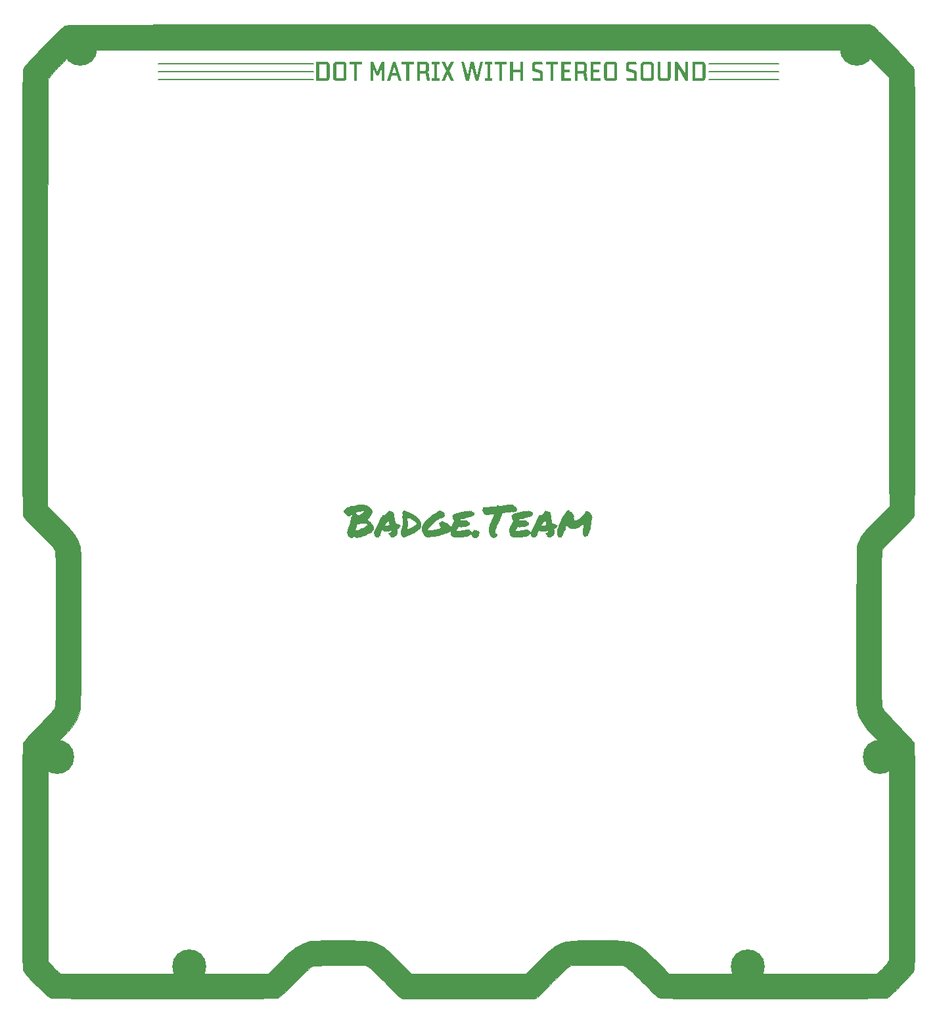
<source format=gbr>
%TF.GenerationSoftware,KiCad,Pcbnew,8.0.1*%
%TF.CreationDate,2024-04-02T00:15:23+02:00*%
%TF.ProjectId,frontpanel,66726f6e-7470-4616-9e65-6c2e6b696361,rev?*%
%TF.SameCoordinates,Original*%
%TF.FileFunction,Copper,L1,Top*%
%TF.FilePolarity,Positive*%
%FSLAX46Y46*%
G04 Gerber Fmt 4.6, Leading zero omitted, Abs format (unit mm)*
G04 Created by KiCad (PCBNEW 8.0.1) date 2024-04-02 00:15:23*
%MOMM*%
%LPD*%
G01*
G04 APERTURE LIST*
%ADD10C,0.300000*%
%TA.AperFunction,NonConductor*%
%ADD11C,0.300000*%
%TD*%
%TA.AperFunction,Conductor*%
%ADD12C,0.200000*%
%TD*%
%TA.AperFunction,NonConductor*%
%ADD13C,0.200000*%
%TD*%
%TA.AperFunction,EtchedComponent*%
%ADD14C,0.010000*%
%TD*%
%TA.AperFunction,ComponentPad*%
%ADD15C,0.700000*%
%TD*%
%TA.AperFunction,ComponentPad*%
%ADD16C,4.400000*%
%TD*%
G04 APERTURE END LIST*
D10*
D11*
G36*
X-13370829Y29487243D02*
G01*
X-13274058Y29445770D01*
X-13246754Y29485289D01*
X-13101185Y29449141D01*
X-12993718Y29371960D01*
X-12909699Y29300642D01*
X-12819817Y29271332D01*
X-12695742Y29150188D01*
X-12562874Y29042721D01*
X-12452476Y28913761D01*
X-12407536Y28748653D01*
X-12387019Y28737906D01*
X-12346963Y28686127D01*
X-12360397Y28485115D01*
X-12412420Y28315854D01*
X-12509511Y28143354D01*
X-12590229Y28036441D01*
X-12727921Y27885010D01*
X-12814933Y27800013D01*
X-12953659Y27658502D01*
X-13014235Y27586057D01*
X-12882344Y27458073D01*
X-12726849Y27336693D01*
X-12710397Y27324228D01*
X-12555676Y27195959D01*
X-12540404Y27181591D01*
X-12415489Y27031030D01*
X-12400697Y27006713D01*
X-12330355Y26974473D01*
X-12281506Y26824996D01*
X-12222888Y26692128D01*
X-12187717Y26567076D01*
X-12195533Y26493803D01*
X-12172085Y26427369D01*
X-12173062Y26330648D01*
X-12298542Y26174333D01*
X-12343055Y26115715D01*
X-12409490Y26027787D01*
X-12455407Y25976008D01*
X-12557012Y25884173D01*
X-12744221Y25776572D01*
X-12935818Y25676032D01*
X-13131803Y25582552D01*
X-13171527Y25564703D01*
X-13371921Y25485324D01*
X-13574986Y25424263D01*
X-13780722Y25381521D01*
X-13822190Y25375170D01*
X-13904256Y25314598D01*
X-14029308Y25270635D01*
X-14172923Y25241325D01*
X-14315561Y25217878D01*
X-14372225Y25263796D01*
X-14353663Y25290174D01*
X-14418143Y25222763D01*
X-14569573Y25248164D01*
X-14735658Y25327299D01*
X-14851918Y25402526D01*
X-14907605Y25323391D01*
X-15010187Y25234487D01*
X-15126447Y25251095D01*
X-15191904Y25217878D01*
X-15285693Y25279427D01*
X-15329657Y25330230D01*
X-15374598Y25370286D01*
X-15480111Y25411318D01*
X-15484018Y25502177D01*
X-15582693Y25563726D01*
X-15587577Y25690732D01*
X-15663781Y25852909D01*
X-15654988Y25937906D01*
X-15643265Y26019972D01*
X-15612979Y26093244D01*
X-15566084Y26136231D01*
X-15572298Y26150886D01*
X-14568596Y26150886D01*
X-14371246Y26192119D01*
X-14261827Y26225136D01*
X-14071526Y26294926D01*
X-13945289Y26348234D01*
X-13764867Y26429445D01*
X-13643404Y26485010D01*
X-13458925Y26565992D01*
X-13349336Y26609085D01*
X-13275086Y26712644D01*
X-13161757Y26788848D01*
X-13075784Y26861144D01*
X-13049406Y26945163D01*
X-13234298Y27028939D01*
X-13407954Y27071193D01*
X-13612279Y27080123D01*
X-13729378Y27068262D01*
X-13926067Y27028652D01*
X-14025400Y27000851D01*
X-14214601Y26951483D01*
X-14296021Y26936371D01*
X-14368116Y26741075D01*
X-14432871Y26556641D01*
X-14437682Y26542651D01*
X-14500246Y26357069D01*
X-14565156Y26161383D01*
X-14568596Y26150886D01*
X-15572298Y26150886D01*
X-15617864Y26258353D01*
X-15539706Y26359958D01*
X-15510397Y26473286D01*
X-15473272Y26596385D01*
X-15401953Y26684312D01*
X-15423446Y26690174D01*
X-15437124Y26753677D01*
X-15345189Y26926716D01*
X-15319887Y26990104D01*
X-15269085Y27172798D01*
X-15228052Y27368192D01*
X-15170716Y27555038D01*
X-15141102Y27630020D01*
X-15117654Y27807829D01*
X-15060013Y27961214D01*
X-15014095Y28112644D01*
X-15013118Y28266029D01*
X-15100069Y28213272D01*
X-15145986Y28070635D01*
X-15293509Y28012993D01*
X-15440055Y27992477D01*
X-15626521Y28086491D01*
X-15782674Y28205014D01*
X-15844521Y28267983D01*
X-15952054Y28411598D01*
X-14578366Y28411598D01*
X-14419427Y28297481D01*
X-14382972Y28274822D01*
X-14236021Y28142444D01*
X-14210048Y28098967D01*
X-14026782Y28184708D01*
X-13856415Y28292701D01*
X-13782134Y28350048D01*
X-13626605Y28486958D01*
X-13484578Y28637473D01*
X-13469503Y28655840D01*
X-13682544Y28651307D01*
X-13890383Y28627599D01*
X-14069364Y28594291D01*
X-14258862Y28546225D01*
X-14449738Y28477715D01*
X-14578366Y28411598D01*
X-15952054Y28411598D01*
X-15969596Y28435026D01*
X-16066314Y28615253D01*
X-16098533Y28691011D01*
X-16003056Y28866883D01*
X-15911932Y28962609D01*
X-15752284Y29077011D01*
X-15631541Y29141395D01*
X-15442037Y29218074D01*
X-15305233Y29258632D01*
X-15112239Y29306099D01*
X-14964270Y29338743D01*
X-14957431Y29349490D01*
X-14898813Y29329951D01*
X-14710364Y29382587D01*
X-14519259Y29428900D01*
X-14455268Y29443279D01*
X-14256057Y29476802D01*
X-14049702Y29489441D01*
X-13908164Y29486266D01*
X-13812420Y29510690D01*
X-13692253Y29513621D01*
X-13579901Y29515575D01*
X-13474388Y29541953D01*
X-13370829Y29487243D01*
G37*
G36*
X-10174179Y28722274D02*
G01*
X-10103837Y28694919D01*
X-10001255Y28665610D01*
X-9810746Y28614808D01*
X-9652476Y28521018D01*
X-9610466Y28378381D01*
X-9594835Y28290453D01*
X-9563572Y28100921D01*
X-9544406Y27899891D01*
X-9544032Y27892826D01*
X-9499092Y27711109D01*
X-9462944Y27525484D01*
X-9421911Y27334059D01*
X-9408233Y27272449D01*
X-9351265Y27079187D01*
X-9344730Y27062400D01*
X-9309559Y27055561D01*
X-9260711Y27072170D01*
X-9189392Y27083893D01*
X-9104395Y27091709D01*
X-9072155Y27012575D01*
X-9038938Y26978381D01*
X-8927563Y26945163D01*
X-8860152Y26888499D01*
X-8825958Y26861144D01*
X-8712630Y26817180D01*
X-8773202Y26702875D01*
X-8892485Y26546430D01*
X-8936356Y26504549D01*
X-9095908Y26387496D01*
X-9150313Y26358981D01*
X-9145428Y26318925D01*
X-9132727Y26258353D01*
X-9104395Y26060027D01*
X-9103995Y25860187D01*
X-9105372Y25846071D01*
X-9117096Y25820669D01*
X-9204749Y25644894D01*
X-9216747Y25626252D01*
X-9343898Y25474088D01*
X-9371108Y25449420D01*
X-9534787Y25337261D01*
X-9568457Y25320460D01*
X-9757230Y25266631D01*
X-9803907Y25262819D01*
X-9912351Y25301898D01*
X-9967061Y25339023D01*
X-9995393Y25358562D01*
X-10016887Y25370286D01*
X-10107745Y25408387D01*
X-10078436Y25505108D01*
X-10082344Y25552979D01*
X-10140962Y25612575D01*
X-10176133Y25646769D01*
X-10205442Y25682916D01*
X-10330494Y25822623D01*
X-10133146Y25874403D01*
X-9966084Y25961353D01*
X-9934821Y26119623D01*
X-10085275Y26120600D01*
X-10231820Y26082498D01*
X-10423074Y26038076D01*
X-10436007Y26035603D01*
X-10632943Y26016369D01*
X-10663642Y26016064D01*
X-10748638Y26018995D01*
X-10833635Y26026810D01*
X-10910815Y26042442D01*
X-10930355Y26116692D01*
X-10949894Y26135254D01*
X-11014374Y26218297D01*
X-11031960Y26344326D01*
X-11040753Y26398060D01*
X-11050522Y26301339D01*
X-11080808Y26229043D01*
X-11148219Y26214389D01*
X-11148219Y26208527D01*
X-11149196Y26185080D01*
X-11179483Y26081521D01*
X-11208792Y26053189D01*
X-11223446Y26041465D01*
X-11249824Y25949630D01*
X-11283041Y25854863D01*
X-11328959Y25719064D01*
X-11339706Y25587173D01*
X-11367061Y25514877D01*
X-11437403Y25452351D01*
X-11502860Y25417180D01*
X-11536077Y25395687D01*
X-11555617Y25388848D01*
X-11573202Y25321437D01*
X-11659175Y25306782D01*
X-11744172Y25291151D01*
X-11807675Y25285289D01*
X-11874109Y25291151D01*
X-11974737Y25377124D01*
X-12052895Y25435743D01*
X-12116398Y25549071D01*
X-12128122Y25610621D01*
X-12140822Y25662400D01*
X-12146684Y25683893D01*
X-12244381Y25774752D01*
X-12166224Y25837278D01*
X-12162316Y25922274D01*
X-12083248Y26115841D01*
X-12001871Y26302942D01*
X-11925889Y26467424D01*
X-11839663Y26646571D01*
X-11767761Y26794710D01*
X-10824842Y26794710D01*
X-10795533Y26809364D01*
X-10738868Y26815226D01*
X-10535187Y26830594D01*
X-10439915Y26839651D01*
X-10240247Y26867311D01*
X-10174179Y26879706D01*
X-10219820Y27074312D01*
X-10248429Y27191360D01*
X-10297659Y27388815D01*
X-10320299Y27477954D01*
X-10453929Y27324183D01*
X-10530774Y27221646D01*
X-10639937Y27058935D01*
X-10702720Y26953956D01*
X-10769155Y26854305D01*
X-10824842Y26794710D01*
X-11767761Y26794710D01*
X-11751591Y26828026D01*
X-11669922Y26994989D01*
X-11584926Y27170844D01*
X-11504814Y27335952D01*
X-11507745Y27372100D01*
X-11494067Y27435603D01*
X-11394416Y27603642D01*
X-11318212Y27753119D01*
X-11229365Y27930251D01*
X-11226377Y27935812D01*
X-11119414Y28102829D01*
X-11100348Y28128276D01*
X-11004605Y28170286D01*
X-10962595Y28184940D01*
X-10903000Y28194710D01*
X-10827773Y28183963D01*
X-10655327Y28295100D01*
X-10574737Y28374473D01*
X-10445869Y28533738D01*
X-10342218Y28680265D01*
X-10270899Y28781870D01*
X-10174179Y28722274D01*
G37*
G36*
X-8218630Y28727133D02*
G01*
X-8032337Y28654757D01*
X-7838655Y28568311D01*
X-7821632Y28560097D01*
X-7635601Y28477965D01*
X-7450955Y28412918D01*
X-7284298Y28368611D01*
X-7118222Y28249877D01*
X-6950212Y28133401D01*
X-6872016Y28080404D01*
X-6707478Y27961100D01*
X-6555195Y27831799D01*
X-6489043Y27768750D01*
X-6356939Y27622569D01*
X-6243216Y27460264D01*
X-6196928Y27379916D01*
X-6117649Y27187434D01*
X-6074235Y26983713D01*
X-6062106Y26853328D01*
X-6073830Y26799595D01*
X-6084577Y26765401D01*
X-6089462Y26729253D01*
X-6089462Y26660865D01*
X-6204943Y26480469D01*
X-6336452Y26320299D01*
X-6483990Y26180355D01*
X-6515421Y26154794D01*
X-6678854Y26034294D01*
X-6851637Y25923145D01*
X-7033769Y25821345D01*
X-7071318Y25802107D01*
X-7261675Y25710134D01*
X-7456611Y25623504D01*
X-7656127Y25542217D01*
X-7696580Y25526601D01*
X-7878411Y25455031D01*
X-8059005Y25379906D01*
X-8238364Y25301227D01*
X-8337473Y25255980D01*
X-8521204Y25337496D01*
X-8563153Y25376147D01*
X-8667241Y25545919D01*
X-8674528Y25565680D01*
X-8721179Y25758596D01*
X-8726307Y25797222D01*
X-8745725Y25992861D01*
X-8751709Y26061004D01*
X-8703837Y26171402D01*
X-8674528Y26282777D01*
X-8616385Y26471351D01*
X-8586600Y26566099D01*
X-8541851Y26756516D01*
X-8531890Y26845512D01*
X-8469364Y26921716D01*
X-8456949Y27122297D01*
X-8460979Y27331907D01*
X-8468387Y27431695D01*
X-8492613Y27629669D01*
X-8532191Y27834529D01*
X-8538582Y27859609D01*
X-7915421Y27859609D01*
X-7868823Y27658571D01*
X-7838240Y27483475D01*
X-7815306Y27285973D01*
X-7806977Y27111249D01*
X-7811032Y26911054D01*
X-7826517Y26731207D01*
X-7852386Y26527882D01*
X-7880250Y26352142D01*
X-7826517Y26370704D01*
X-7734681Y26411737D01*
X-7633076Y26453747D01*
X-7519748Y26478171D01*
X-7475784Y26525066D01*
X-7413258Y26578799D01*
X-7229933Y26653265D01*
X-7180739Y26674542D01*
X-7006009Y26766016D01*
X-6976552Y26784940D01*
X-6823408Y26910941D01*
X-6809490Y26925624D01*
X-6698607Y27089458D01*
X-6693230Y27101479D01*
X-6770411Y27199176D01*
X-6877877Y27295896D01*
X-6987298Y27394570D01*
X-7071318Y27507899D01*
X-7189531Y27548932D01*
X-7297975Y27610481D01*
X-7404465Y27666168D01*
X-7536356Y27697431D01*
X-7721210Y27775818D01*
X-7759106Y27787313D01*
X-7901744Y27856678D01*
X-7915421Y27859609D01*
X-8538582Y27859609D01*
X-8559245Y27940697D01*
X-8544591Y28022763D01*
X-8545568Y28045233D01*
X-8504535Y28134138D01*
X-8443963Y28134138D01*
X-8473272Y28259190D01*
X-8531892Y28450223D01*
X-8533844Y28457515D01*
X-8481088Y28625554D01*
X-8414653Y28793593D01*
X-8218630Y28727133D01*
G37*
G36*
X-2093649Y26351165D02*
G01*
X-2209099Y26180668D01*
X-2359907Y26032862D01*
X-2452197Y25969169D01*
X-2637410Y25869586D01*
X-2820112Y25791115D01*
X-2931890Y25751304D01*
X-3130093Y25689572D01*
X-3334891Y25633335D01*
X-3475086Y25598897D01*
X-3667467Y25549162D01*
X-3856384Y25489961D01*
X-4025121Y25427927D01*
X-4162874Y25422065D01*
X-4271318Y25408387D01*
X-4372923Y25391779D01*
X-4490159Y25378101D01*
X-4494067Y25377124D01*
X-4516538Y25347815D01*
X-4697277Y25329253D01*
X-4822330Y25329253D01*
X-4953244Y25309713D01*
X-5083181Y25296036D01*
X-5283765Y25323391D01*
X-5482126Y25392703D01*
X-5651584Y25502818D01*
X-5748499Y25598897D01*
X-5867390Y25774322D01*
X-5944784Y25959062D01*
X-5995556Y26170912D01*
X-6018143Y26378520D01*
X-6022051Y26387313D01*
X-6051360Y26413691D01*
X-6038659Y26524089D01*
X-6035728Y26622763D01*
X-5940092Y26813902D01*
X-5837586Y26995310D01*
X-5728211Y27166986D01*
X-5705512Y27200153D01*
X-5583562Y27359331D01*
X-5447301Y27505915D01*
X-5296729Y27639905D01*
X-5264898Y27665191D01*
X-5202372Y27727718D01*
X-5150592Y27793175D01*
X-5088066Y27856678D01*
X-5003069Y27894780D01*
X-4862008Y28032716D01*
X-4730494Y28133161D01*
X-4565630Y28242093D01*
X-4393439Y28346140D01*
X-4218073Y28448234D01*
X-4045637Y28549351D01*
X-3877598Y28659260D01*
X-3717375Y28787732D01*
X-3624563Y28768192D01*
X-3541520Y28760376D01*
X-3437961Y28645094D01*
X-3304116Y28577683D01*
X-3168317Y28487801D01*
X-3056748Y28318472D01*
X-3050104Y28302177D01*
X-3095044Y28297292D01*
X-3082344Y28265052D01*
X-3075505Y28196664D01*
X-3117515Y28162470D01*
X-3082344Y28182986D01*
X-3049127Y28124368D01*
X-3060850Y28071612D01*
X-3058896Y28012016D01*
X-3233686Y27908453D01*
X-3326587Y27860586D01*
X-3509030Y27770025D01*
X-3607954Y27719902D01*
X-3783446Y27628757D01*
X-3907884Y27561632D01*
X-4079858Y27459073D01*
X-4209769Y27368192D01*
X-4368166Y27245802D01*
X-4510676Y27125903D01*
X-4660641Y26988639D01*
X-4805721Y26844535D01*
X-4943230Y26695059D01*
X-5072434Y26541674D01*
X-5191857Y26381801D01*
X-5276621Y26247606D01*
X-5260013Y26227090D01*
X-5240473Y26198757D01*
X-5038716Y26195171D01*
X-4933704Y26201688D01*
X-4736615Y26201147D01*
X-4635728Y26185080D01*
X-4634751Y26204619D01*
X-4588834Y26247606D01*
X-4377426Y26275155D01*
X-4177101Y26310785D01*
X-4004605Y26350188D01*
X-3807226Y26398594D01*
X-3602701Y26444522D01*
X-3496580Y26466448D01*
X-3538589Y26465471D01*
X-3613816Y26492826D01*
X-3628471Y26581730D01*
X-3581576Y26602247D01*
X-3690997Y26699944D01*
X-3754481Y26890453D01*
X-3756454Y26907062D01*
X-3721283Y26957864D01*
X-3735938Y26991081D01*
X-3732030Y26995966D01*
X-3730076Y26988150D01*
X-3746684Y26956887D01*
X-3828750Y26968611D01*
X-3799441Y27079986D01*
X-3767201Y27165959D01*
X-3358827Y27437557D01*
X-3195672Y27330090D01*
X-3024912Y27232145D01*
X-3012979Y27225554D01*
X-2834630Y27130902D01*
X-2815630Y27121018D01*
X-2638001Y27026508D01*
X-2627075Y27020390D01*
X-2484437Y26928555D01*
X-2366224Y26814249D01*
X-2254849Y26702875D01*
X-2106349Y26603224D01*
X-2102441Y26473286D01*
X-2093649Y26351165D01*
G37*
G36*
X724913Y28486824D02*
G01*
X729798Y28404759D01*
X724913Y28367634D01*
X721982Y28336371D01*
X735660Y28273845D01*
X609235Y28109510D01*
X450384Y27995408D01*
X266938Y27927848D01*
X115283Y27892826D01*
X-85198Y27858136D01*
X-243265Y27830300D01*
X-438545Y27772883D01*
X-614514Y27683754D01*
X-743474Y27684731D01*
X-901744Y27669099D01*
X-983809Y27625136D01*
X-1052197Y27605596D01*
X-1044381Y27529392D01*
X-1041450Y27466866D01*
X-841662Y27461498D01*
X-636984Y27473705D01*
X-429790Y27490375D01*
X-230698Y27500495D01*
X-152406Y27503014D01*
X-147522Y27421926D01*
X-160222Y27422903D01*
X-89880Y27358422D01*
X-13677Y27279288D01*
X57641Y27220669D01*
X160223Y27206992D01*
X202233Y27079986D01*
X183671Y26950048D01*
X21356Y26836994D01*
X-976Y26821088D01*
X-169170Y26715617D01*
X-187577Y26705806D01*
X-369981Y26631861D01*
X-397626Y26623740D01*
X-595379Y26597743D01*
X-645777Y26598339D01*
X-691695Y26598339D01*
X-722958Y26608108D01*
X-838240Y26597362D01*
X-967201Y26577822D01*
X-1120585Y26606154D01*
X-1253453Y26619832D01*
X-1366749Y26450293D01*
X-1398045Y26395129D01*
X-1483516Y26218438D01*
X-1508443Y26154794D01*
X-1311805Y26137524D01*
X-1241730Y26138185D01*
X-1044691Y26153641D01*
X-1010187Y26157725D01*
X-813465Y26182622D01*
X-784507Y26186057D01*
X-589230Y26195624D01*
X-498254Y26193872D01*
X-311775Y26260184D01*
X-238380Y26272030D01*
X-45898Y26309457D01*
X47872Y26338464D01*
X146546Y26270076D01*
X211026Y26191919D01*
X266713Y26135254D01*
X345848Y26117669D01*
X392743Y26045373D01*
X407397Y25985778D01*
X418144Y25952561D01*
X496302Y25956468D01*
X399997Y25772248D01*
X274529Y25614528D01*
X107074Y25499715D01*
X21493Y25463098D01*
X-166267Y25408372D01*
X-289182Y25383963D01*
X-489355Y25349788D01*
X-660432Y25318506D01*
X-753244Y25320460D01*
X-822609Y25334138D01*
X-1019491Y25299295D01*
X-1125470Y25285289D01*
X-1326879Y25268974D01*
X-1486949Y25268681D01*
X-1689560Y25286232D01*
X-1841590Y25316552D01*
X-2022447Y25391364D01*
X-2121981Y25469937D01*
X-2185484Y25562749D01*
X-2261688Y25641884D01*
X-2286112Y25816762D01*
X-2319329Y26000432D01*
X-2343753Y26193872D01*
X-2333984Y26371681D01*
X-2267550Y26525066D01*
X-2237263Y26681381D01*
X-2192323Y26718506D01*
X-2144451Y26741953D01*
X-2079971Y26906085D01*
X-1999859Y27077055D01*
X-1917794Y27244117D01*
X-1845498Y27412156D01*
X-1951011Y27563586D01*
X-2005721Y27741395D01*
X-2033076Y27918227D01*
X-2074109Y28112644D01*
X-1939255Y28257321D01*
X-1923656Y28267983D01*
X-1743893Y28356887D01*
X-1550521Y28409838D01*
X-1536775Y28412575D01*
X-1343523Y28453971D01*
X-1306210Y28462400D01*
X-1110219Y28521963D01*
X-912490Y28571821D01*
X-718706Y28611457D01*
X-570550Y28636301D01*
X-376698Y28663641D01*
X-220794Y28683196D01*
X-22958Y28711772D01*
X176595Y28746794D01*
X207118Y28752561D01*
X269644Y28699804D01*
X320447Y28744745D01*
X318493Y28871751D01*
X427472Y28704168D01*
X526588Y28596245D01*
X703249Y28496252D01*
X724913Y28486824D01*
G37*
G36*
X1380461Y26035603D02*
G01*
X1398046Y25948653D01*
X1416609Y25858771D01*
X1375576Y25742512D01*
X1342359Y25640907D01*
X1320865Y25592058D01*
X1316958Y25584242D01*
X1318911Y25576427D01*
X1321842Y25520739D01*
X1297418Y25444535D01*
X1220237Y25373217D01*
X1144034Y25334138D01*
X1109840Y25314598D01*
X1088346Y25305806D01*
X1068807Y25228625D01*
X977948Y25214947D01*
X812840Y25191500D01*
X735660Y25191500D01*
X622331Y25292128D01*
X538311Y25353677D01*
X469923Y25479706D01*
X452338Y25550048D01*
X431821Y25631137D01*
X331193Y25732742D01*
X403489Y25786475D01*
X342917Y25891011D01*
X464061Y25977962D01*
X515841Y26021926D01*
X562736Y26081521D01*
X649686Y26207550D01*
X715143Y26302316D01*
X812840Y26249560D01*
X901745Y26222205D01*
X1029728Y26198757D01*
X1207537Y26156748D01*
X1355059Y26088360D01*
X1380461Y26035603D01*
G37*
G36*
X1916818Y28469239D02*
G01*
X1898255Y28541535D01*
X1868946Y28618715D01*
X1818144Y28765261D01*
X1795673Y28957725D01*
X1826937Y29049560D01*
X1859177Y29090593D01*
X1883601Y29205875D01*
X1993999Y29205875D01*
X2082903Y29200013D01*
X2172784Y29200013D01*
X2370235Y29203663D01*
X2572408Y29214611D01*
X2599721Y29216622D01*
X2807246Y29233266D01*
X3005197Y29250737D01*
X3048151Y29254724D01*
X3257761Y29278810D01*
X3456971Y29295892D01*
X3575715Y29303572D01*
X3604048Y29364145D01*
X3628472Y29411039D01*
X3702722Y29453049D01*
X3895807Y29422710D01*
X3903001Y29417878D01*
X3978228Y29354375D01*
X4179362Y29374891D01*
X4251780Y29383684D01*
X4451314Y29410592D01*
X4559526Y29425694D01*
X4767108Y29451339D01*
X4963563Y29475275D01*
X5006001Y29480404D01*
X5202270Y29499104D01*
X5407992Y29507519D01*
X5448570Y29507759D01*
X5626378Y29501898D01*
X5796371Y29483335D01*
X5874529Y29426671D01*
X5927285Y29354375D01*
X6001535Y29291849D01*
X6144271Y29150967D01*
X6170551Y29118925D01*
X6236165Y28923973D01*
X6232101Y28802386D01*
X6198884Y28737906D01*
X6140265Y28689057D01*
X6079693Y28609923D01*
X6003489Y28609923D01*
X5929239Y28602107D01*
X5867690Y28579637D01*
X5815911Y28559120D01*
X5749477Y28538604D01*
X5650803Y28543489D01*
X5574599Y28543489D01*
X5371681Y28535567D01*
X5220935Y28521018D01*
X5020238Y28496527D01*
X4847732Y28472170D01*
X4648211Y28448008D01*
X4594697Y28441884D01*
X4398547Y28419968D01*
X4393440Y28419413D01*
X4320430Y28232963D01*
X4300628Y28183963D01*
X4222962Y27997925D01*
X4207816Y27963168D01*
X4127908Y27777387D01*
X4114027Y27742372D01*
X4049245Y27550460D01*
X4031961Y27490314D01*
X3929838Y27317388D01*
X3921563Y27300781D01*
X3855685Y27115737D01*
X3850244Y27093663D01*
X3744190Y26924703D01*
X3732031Y26891430D01*
X3670482Y26708736D01*
X3647034Y26619832D01*
X3599163Y26557306D01*
X3569854Y26510411D01*
X3526867Y26376566D01*
X3506350Y26324787D01*
X3502443Y26286685D01*
X3468249Y26180195D01*
X3462387Y26119623D01*
X3450663Y26051235D01*
X3435031Y25987732D01*
X3436985Y25947676D01*
X3469225Y25903712D01*
X3497558Y25849979D01*
X3514166Y25843140D01*
X3546406Y25822623D01*
X3624564Y25785498D01*
X3691975Y25703433D01*
X3691991Y25497724D01*
X3626518Y25362470D01*
X3461104Y25251084D01*
X3270900Y25224717D01*
X3181996Y25230579D01*
X3128262Y25287243D01*
X3053036Y25320460D01*
X2984648Y25378101D01*
X2966085Y25382986D01*
X2936776Y25398618D01*
X2848849Y25438674D01*
X2771668Y25479706D01*
X2779484Y25564703D01*
X2712073Y25694640D01*
X2670063Y25848025D01*
X2640754Y25953538D01*
X2597767Y26043419D01*
X2599141Y26256574D01*
X2618070Y26468760D01*
X2660049Y26672192D01*
X2670063Y26705806D01*
X2735138Y26902039D01*
X2804335Y27093602D01*
X2852757Y27218715D01*
X2925213Y27401913D01*
X2956316Y27486406D01*
X3020208Y27680476D01*
X3046197Y27772658D01*
X3113608Y27839092D01*
X3162456Y27868401D01*
X3181996Y28004200D01*
X3243545Y28148792D01*
X3283601Y28233789D01*
X3304117Y28271891D01*
X3271877Y28266029D01*
X3212282Y28259190D01*
X3068667Y28241605D01*
X3001256Y28245512D01*
X2919191Y28222065D01*
X2838102Y28220111D01*
X2772645Y28220111D01*
X2706211Y28220111D01*
X2608514Y28203503D01*
X2502024Y28203503D01*
X2453175Y28203503D01*
X2387718Y28203503D01*
X2321284Y28203503D01*
X2216748Y28212295D01*
X2087788Y28259190D01*
X2043824Y28309993D01*
X2000837Y28363726D01*
X1916818Y28387173D01*
X1916818Y28469239D01*
G37*
G36*
X8321842Y28486824D02*
G01*
X8326727Y28404759D01*
X8321842Y28367634D01*
X8318911Y28336371D01*
X8332589Y28273845D01*
X8206165Y28109510D01*
X8047313Y27995408D01*
X7863868Y27927848D01*
X7712212Y27892826D01*
X7511731Y27858136D01*
X7353664Y27830300D01*
X7158384Y27772883D01*
X6982415Y27683754D01*
X6853454Y27684731D01*
X6695185Y27669099D01*
X6613119Y27625136D01*
X6544731Y27605596D01*
X6552547Y27529392D01*
X6555478Y27466866D01*
X6755267Y27461498D01*
X6959944Y27473705D01*
X7167139Y27490375D01*
X7366231Y27500495D01*
X7444522Y27503014D01*
X7449407Y27421926D01*
X7436706Y27422903D01*
X7507048Y27358422D01*
X7583252Y27279288D01*
X7654571Y27220669D01*
X7757153Y27206992D01*
X7799163Y27079986D01*
X7780600Y26950048D01*
X7618286Y26836994D01*
X7595953Y26821088D01*
X7427758Y26715617D01*
X7409351Y26705806D01*
X7226947Y26631861D01*
X7199302Y26623740D01*
X7001549Y26597743D01*
X6951152Y26598339D01*
X6905234Y26598339D01*
X6873971Y26608108D01*
X6758688Y26597362D01*
X6629728Y26577822D01*
X6476343Y26606154D01*
X6343475Y26619832D01*
X6230179Y26450293D01*
X6198884Y26395129D01*
X6113413Y26218438D01*
X6088486Y26154794D01*
X6285123Y26137524D01*
X6355199Y26138185D01*
X6552237Y26153641D01*
X6586741Y26157725D01*
X6783464Y26182622D01*
X6812422Y26186057D01*
X7007698Y26195624D01*
X7098674Y26193872D01*
X7285154Y26260184D01*
X7358549Y26272030D01*
X7551030Y26309457D01*
X7644801Y26338464D01*
X7743475Y26270076D01*
X7807955Y26191919D01*
X7863643Y26135254D01*
X7942777Y26117669D01*
X7989672Y26045373D01*
X8004327Y25985778D01*
X8015073Y25952561D01*
X8093231Y25956468D01*
X7996927Y25772248D01*
X7871459Y25614528D01*
X7704003Y25499715D01*
X7618423Y25463098D01*
X7430661Y25408372D01*
X7307746Y25383963D01*
X7107574Y25349788D01*
X6936497Y25318506D01*
X6843685Y25320460D01*
X6774320Y25334138D01*
X6577437Y25299295D01*
X6471459Y25285289D01*
X6270050Y25268974D01*
X6109979Y25268681D01*
X5907368Y25286232D01*
X5755339Y25316552D01*
X5574481Y25391364D01*
X5474948Y25469937D01*
X5411445Y25562749D01*
X5335241Y25641884D01*
X5310817Y25816762D01*
X5277600Y26000432D01*
X5253175Y26193872D01*
X5262945Y26371681D01*
X5329379Y26525066D01*
X5359665Y26681381D01*
X5404606Y26718506D01*
X5452477Y26741953D01*
X5516958Y26906085D01*
X5597069Y27077055D01*
X5679135Y27244117D01*
X5751431Y27412156D01*
X5645918Y27563586D01*
X5591207Y27741395D01*
X5563852Y27918227D01*
X5522819Y28112644D01*
X5657674Y28257321D01*
X5673273Y28267983D01*
X5853036Y28356887D01*
X6046407Y28409838D01*
X6060154Y28412575D01*
X6253405Y28453971D01*
X6290719Y28462400D01*
X6486709Y28521963D01*
X6684438Y28571821D01*
X6878222Y28611457D01*
X7026378Y28636301D01*
X7220231Y28663641D01*
X7376134Y28683196D01*
X7573971Y28711772D01*
X7773525Y28746794D01*
X7804048Y28752561D01*
X7866574Y28699804D01*
X7917376Y28744745D01*
X7915422Y28871751D01*
X8024401Y28704168D01*
X8123517Y28596245D01*
X8300178Y28496252D01*
X8321842Y28486824D01*
G37*
G36*
X10025680Y28722274D02*
G01*
X10096022Y28694919D01*
X10198604Y28665610D01*
X10389114Y28614808D01*
X10547383Y28521018D01*
X10589393Y28378381D01*
X10605025Y28290453D01*
X10636288Y28100921D01*
X10655453Y27899891D01*
X10655827Y27892826D01*
X10700768Y27711109D01*
X10736916Y27525484D01*
X10777948Y27334059D01*
X10791626Y27272449D01*
X10848595Y27079187D01*
X10855129Y27062400D01*
X10890300Y27055561D01*
X10939149Y27072170D01*
X11010468Y27083893D01*
X11095464Y27091709D01*
X11127704Y27012575D01*
X11160921Y26978381D01*
X11272296Y26945163D01*
X11339707Y26888499D01*
X11373901Y26861144D01*
X11487230Y26817180D01*
X11426657Y26702875D01*
X11307374Y26546430D01*
X11263503Y26504549D01*
X11103952Y26387496D01*
X11049546Y26358981D01*
X11054431Y26318925D01*
X11067132Y26258353D01*
X11095464Y26060027D01*
X11095865Y25860187D01*
X11094487Y25846071D01*
X11082764Y25820669D01*
X10995111Y25644894D01*
X10983112Y25626252D01*
X10855961Y25474088D01*
X10828751Y25449420D01*
X10665072Y25337261D01*
X10631403Y25320460D01*
X10442630Y25266631D01*
X10395953Y25262819D01*
X10287509Y25301898D01*
X10232798Y25339023D01*
X10204466Y25358562D01*
X10182973Y25370286D01*
X10092115Y25408387D01*
X10121424Y25505108D01*
X10117516Y25552979D01*
X10058897Y25612575D01*
X10023727Y25646769D01*
X9994417Y25682916D01*
X9869365Y25822623D01*
X10066713Y25874403D01*
X10233775Y25961353D01*
X10265038Y26119623D01*
X10114585Y26120600D01*
X9968039Y26082498D01*
X9776786Y26038076D01*
X9763852Y26035603D01*
X9566916Y26016369D01*
X9536218Y26016064D01*
X9451221Y26018995D01*
X9366225Y26026810D01*
X9289044Y26042442D01*
X9269505Y26116692D01*
X9249965Y26135254D01*
X9185485Y26218297D01*
X9167900Y26344326D01*
X9159107Y26398060D01*
X9149337Y26301339D01*
X9119051Y26229043D01*
X9051640Y26214389D01*
X9051640Y26208527D01*
X9050663Y26185080D01*
X9020377Y26081521D01*
X8991068Y26053189D01*
X8976413Y26041465D01*
X8950035Y25949630D01*
X8916818Y25854863D01*
X8870900Y25719064D01*
X8860154Y25587173D01*
X8832798Y25514877D01*
X8762456Y25452351D01*
X8696999Y25417180D01*
X8663782Y25395687D01*
X8644243Y25388848D01*
X8626657Y25321437D01*
X8540684Y25306782D01*
X8455687Y25291151D01*
X8392184Y25285289D01*
X8325750Y25291151D01*
X8225122Y25377124D01*
X8146964Y25435743D01*
X8083461Y25549071D01*
X8071738Y25610621D01*
X8059037Y25662400D01*
X8053175Y25683893D01*
X7955478Y25774752D01*
X8033636Y25837278D01*
X8037544Y25922274D01*
X8116612Y26115841D01*
X8197988Y26302942D01*
X8273971Y26467424D01*
X8360196Y26646571D01*
X8432098Y26794710D01*
X9375018Y26794710D01*
X9404327Y26809364D01*
X9460991Y26815226D01*
X9664672Y26830594D01*
X9759944Y26839651D01*
X9959613Y26867311D01*
X10025680Y26879706D01*
X9980039Y27074312D01*
X9951431Y27191360D01*
X9902200Y27388815D01*
X9879560Y27477954D01*
X9745931Y27324183D01*
X9669086Y27221646D01*
X9559923Y27058935D01*
X9497139Y26953956D01*
X9430705Y26854305D01*
X9375018Y26794710D01*
X8432098Y26794710D01*
X8448269Y26828026D01*
X8529937Y26994989D01*
X8614934Y27170844D01*
X8695045Y27335952D01*
X8692115Y27372100D01*
X8705792Y27435603D01*
X8805443Y27603642D01*
X8881647Y27753119D01*
X8970494Y27930251D01*
X8973482Y27935812D01*
X9080445Y28102829D01*
X9099512Y28128276D01*
X9195255Y28170286D01*
X9237265Y28184940D01*
X9296860Y28194710D01*
X9372087Y28183963D01*
X9544533Y28295100D01*
X9625122Y28374473D01*
X9753991Y28533738D01*
X9857641Y28680265D01*
X9928960Y28781870D01*
X10025680Y28722274D01*
G37*
G36*
X15214376Y25441605D02*
G01*
X15108863Y25390802D01*
X14980879Y25367355D01*
X14845906Y25514828D01*
X14769885Y25696178D01*
X14739480Y25897896D01*
X14737613Y25947676D01*
X14745490Y26164258D01*
X14771717Y26376508D01*
X14808559Y26575329D01*
X14858660Y26789744D01*
X14910537Y26980334D01*
X14933008Y27013551D01*
X14900768Y27048722D01*
X14887090Y27045792D01*
X14869505Y27016482D01*
X14702819Y26898844D01*
X14546127Y26792756D01*
X14371249Y26683335D01*
X14200203Y26587851D01*
X14188556Y26581730D01*
X14000977Y26493803D01*
X13809491Y26423461D01*
X13618493Y26377299D01*
X13430426Y26361912D01*
X13231727Y26385053D01*
X13033035Y26468172D01*
X12864630Y26611741D01*
X12742119Y26786951D01*
X12711375Y26845512D01*
X12692812Y26880683D01*
X12677181Y26854305D01*
X12628332Y26766378D01*
X12563852Y26612993D01*
X12507188Y26439092D01*
X12490579Y26276915D01*
X12379205Y26154794D01*
X12301047Y26016064D01*
X12315701Y25947676D01*
X12254152Y25843140D01*
X12210188Y25793314D01*
X12173064Y25747397D01*
X12161340Y25699525D01*
X12154501Y25648722D01*
X12140824Y25568611D01*
X12048747Y25395665D01*
X11983531Y25305806D01*
X11815492Y25241325D01*
X11656246Y25259888D01*
X11541733Y25428282D01*
X11514585Y25486545D01*
X11448568Y25677063D01*
X11423727Y25782568D01*
X11398844Y25980710D01*
X11396371Y26101060D01*
X11425337Y26300965D01*
X11454990Y26376566D01*
X11493091Y26489895D01*
X11570311Y26674156D01*
X11607397Y26762470D01*
X11686336Y26948586D01*
X11764690Y27128834D01*
X11847122Y27314234D01*
X11929553Y27494912D01*
X11940544Y27518646D01*
X12026518Y27701584D01*
X12108583Y27869378D01*
X12203211Y28047715D01*
X12244382Y28114598D01*
X12324494Y28237697D01*
X12391905Y28349071D01*
X12497655Y28516324D01*
X12587299Y28638255D01*
X12743844Y28767246D01*
X12875506Y28827787D01*
X13048813Y28726465D01*
X13080670Y28692965D01*
X13092394Y28627508D01*
X13132449Y28595268D01*
X13237962Y28564005D01*
X13337613Y28537627D01*
X13418702Y28421367D01*
X13504676Y28291430D01*
X13573064Y28159539D01*
X13602373Y28020809D01*
X13577948Y27879148D01*
X13581856Y27837138D01*
X13593580Y27685708D01*
X13588695Y27610481D01*
X13596511Y27537208D01*
X13744034Y27474682D01*
X13893510Y27512784D01*
X14027355Y27594849D01*
X14120168Y27655422D01*
X14208095Y27686685D01*
X14354721Y27823238D01*
X14380042Y27845931D01*
X14532466Y27975999D01*
X14549058Y27989546D01*
X14699224Y28116571D01*
X14843810Y28252183D01*
X14862666Y28270914D01*
X14992181Y28431126D01*
X15090596Y28613584D01*
X15108863Y28656817D01*
X15249546Y28699804D01*
X15385346Y28670495D01*
X15518214Y28613831D01*
X15545569Y28597222D01*
X15588556Y28579637D01*
X15620796Y28489755D01*
X15648151Y28467285D01*
X15659874Y28459469D01*
X15779065Y28355910D01*
X15890580Y28189810D01*
X15922680Y28166378D01*
X15920726Y28055980D01*
X15954920Y27966099D01*
X15965667Y27931905D01*
X16006699Y27845931D01*
X15885555Y27858632D01*
X15896302Y27794152D01*
X15881647Y27611458D01*
X15824983Y27462958D01*
X15832398Y27262890D01*
X15832798Y27247048D01*
X15824006Y27094640D01*
X15792743Y26960795D01*
X15742917Y26832812D01*
X15744234Y26619328D01*
X15721317Y26417294D01*
X15674166Y26226708D01*
X15661828Y26189965D01*
X15590380Y25993869D01*
X15517084Y25807240D01*
X15448849Y25645792D01*
X15423447Y25589127D01*
X15394138Y25521716D01*
X15295464Y25482637D01*
X15214376Y25441605D01*
G37*
D12*
%TO.N,GND*%
X40000000Y86300000D02*
X31000000Y86300000D01*
D13*
X-20000000Y86300000D02*
X-40000000Y86300000D01*
X40000000Y85300000D02*
X31000000Y85300000D01*
X40000000Y84300000D02*
X31000000Y84300000D01*
X-20000000Y85300000D02*
X-40000000Y85300000D01*
X-20000000Y84300000D02*
X-40000000Y84300000D01*
D10*
D11*
G36*
X-18297419Y86596545D02*
G01*
X-18161021Y86576287D01*
X-18038454Y86514272D01*
X-17955518Y86410960D01*
X-17916176Y86289567D01*
X-17905907Y86165268D01*
X-17905907Y84566088D01*
X-17920691Y84419510D01*
X-17964929Y84303304D01*
X-18053543Y84206086D01*
X-18181750Y84150138D01*
X-18322951Y84135000D01*
X-19600341Y84135000D01*
X-19600341Y86278230D01*
X-19239473Y86278230D01*
X-19239473Y84449462D01*
X-18406605Y84449462D01*
X-18305674Y84482442D01*
X-18266775Y84601503D01*
X-18266775Y86122526D01*
X-18306160Y86238846D01*
X-18424312Y86278230D01*
X-19239473Y86278230D01*
X-19600341Y86278230D01*
X-19600341Y86596967D01*
X-18322951Y86596967D01*
X-18297419Y86596545D01*
G37*
G36*
X-16117831Y86596545D02*
G01*
X-15979923Y86576319D01*
X-15856434Y86514527D01*
X-15773190Y86411823D01*
X-15733841Y86291401D01*
X-15723597Y86168321D01*
X-15723597Y84562424D01*
X-15738348Y84417545D01*
X-15782619Y84302410D01*
X-15871610Y84205840D01*
X-16000851Y84150113D01*
X-16143695Y84135000D01*
X-16997323Y84135000D01*
X-17138806Y84150689D01*
X-17267833Y84207815D01*
X-17357432Y84305361D01*
X-17402355Y84420039D01*
X-17417421Y84562424D01*
X-17417421Y84605167D01*
X-17057163Y84605167D01*
X-17016405Y84494113D01*
X-16899626Y84449462D01*
X-16241392Y84449462D01*
X-16123239Y84488846D01*
X-16083855Y84605167D01*
X-16083855Y86126189D01*
X-16123239Y86242510D01*
X-16241392Y86281894D01*
X-16899626Y86281894D01*
X-17011248Y86242336D01*
X-17057163Y86126189D01*
X-17057163Y84605167D01*
X-17417421Y84605167D01*
X-17417421Y86168321D01*
X-17402355Y86311046D01*
X-17347071Y86442442D01*
X-17251800Y86534596D01*
X-17138806Y86581218D01*
X-16997323Y86596967D01*
X-16143695Y86596967D01*
X-16117831Y86596545D01*
G37*
G36*
X-14369270Y84135000D02*
G01*
X-14369270Y86284947D01*
X-13756831Y86284947D01*
X-13756831Y86596967D01*
X-15338914Y86596967D01*
X-15338914Y86284947D01*
X-14730139Y86284947D01*
X-14730139Y84135000D01*
X-14369270Y84135000D01*
G37*
G36*
X-12278551Y84135000D02*
G01*
X-12278551Y85740896D01*
X-11879825Y84804225D01*
X-11578796Y84804225D01*
X-11190450Y85772648D01*
X-11190450Y84135000D01*
X-10826528Y84135000D01*
X-10826528Y86596967D01*
X-11190450Y86596967D01*
X-11729005Y85328736D01*
X-12296259Y86596967D01*
X-12639420Y86596967D01*
X-12639420Y84135000D01*
X-12278551Y84135000D01*
G37*
G36*
X-8594759Y84135000D02*
G01*
X-8990432Y84135000D01*
X-9193154Y84799340D01*
X-9882529Y84799340D01*
X-10085861Y84135000D01*
X-10477871Y84135000D01*
X-10175189Y85124794D01*
X-9798876Y85124794D01*
X-9280471Y85124794D01*
X-9539979Y86006510D01*
X-9798876Y85124794D01*
X-10175189Y85124794D01*
X-9724993Y86596967D01*
X-9361071Y86596967D01*
X-8594759Y84135000D01*
G37*
G36*
X-7659919Y84135000D02*
G01*
X-7659919Y86284947D01*
X-7047480Y86284947D01*
X-7047480Y86596967D01*
X-8629563Y86596967D01*
X-8629563Y86284947D01*
X-8020788Y86284947D01*
X-8020788Y84135000D01*
X-7659919Y84135000D01*
G37*
G36*
X-5398039Y86586693D02*
G01*
X-5263044Y86537880D01*
X-5168306Y86449075D01*
X-5113785Y86320469D01*
X-5099033Y86178702D01*
X-5099033Y85536953D01*
X-5101995Y85488845D01*
X-5138875Y85365144D01*
X-5218101Y85268897D01*
X-5256570Y85247526D01*
X-5221154Y85226765D01*
X-5212468Y85219726D01*
X-5145306Y85114882D01*
X-5109413Y84995345D01*
X-4994009Y84135000D01*
X-5368311Y84135000D01*
X-5480662Y84918408D01*
X-5535235Y85033890D01*
X-5655296Y85072892D01*
X-6267735Y85072892D01*
X-6267735Y84135000D01*
X-6628604Y84135000D01*
X-6628604Y86270903D01*
X-6267735Y86270903D01*
X-6267735Y85398346D01*
X-5630872Y85398346D01*
X-5515467Y85448568D01*
X-5473335Y85565652D01*
X-5473335Y86107260D01*
X-5512719Y86230527D01*
X-5630872Y86270903D01*
X-6267735Y86270903D01*
X-6628604Y86270903D01*
X-6628604Y86596967D01*
X-5519131Y86596967D01*
X-5398039Y86586693D01*
G37*
G36*
X-3744706Y84135000D02*
G01*
X-3744706Y84446409D01*
X-4049399Y84446409D01*
X-4049399Y86284947D01*
X-3744706Y86284947D01*
X-3744706Y86596967D01*
X-4714351Y86596967D01*
X-4714351Y86284947D01*
X-4409658Y86284947D01*
X-4409658Y84446409D01*
X-4714351Y84446409D01*
X-4714351Y84135000D01*
X-3744706Y84135000D01*
G37*
G36*
X-3060216Y84135000D02*
G01*
X-2678586Y84934284D01*
X-2304284Y84135000D01*
X-1887850Y84135000D01*
X-2468538Y85370868D01*
X-1894567Y86596967D01*
X-2290240Y86596967D01*
X-2668206Y85797072D01*
X-3039455Y86596967D01*
X-3459553Y86596967D01*
X-2878255Y85356824D01*
X-3455889Y84135000D01*
X-3060216Y84135000D01*
G37*
G36*
X1288527Y84135000D02*
G01*
X1872878Y86596967D01*
X1501629Y86596967D01*
X1105956Y84821322D01*
X658381Y86596967D01*
X283468Y86596967D01*
X-118921Y84821322D01*
X-559780Y86596967D01*
X-934692Y86596967D01*
X-325307Y84135000D01*
X63039Y84135000D01*
X462376Y85870956D01*
X899570Y84135000D01*
X1288527Y84135000D01*
G37*
G36*
X3086765Y84135000D02*
G01*
X3086765Y84446409D01*
X2782072Y84446409D01*
X2782072Y86284947D01*
X3086765Y86284947D01*
X3086765Y86596967D01*
X2117121Y86596967D01*
X2117121Y86284947D01*
X2421814Y86284947D01*
X2421814Y84446409D01*
X2117121Y84446409D01*
X2117121Y84135000D01*
X3086765Y84135000D01*
G37*
G36*
X4334846Y84135000D02*
G01*
X4334846Y86284947D01*
X4947285Y86284947D01*
X4947285Y86596967D01*
X3365202Y86596967D01*
X3365202Y86284947D01*
X3973977Y86284947D01*
X3973977Y84135000D01*
X4334846Y84135000D01*
G37*
G36*
X5727030Y84135000D02*
G01*
X5727030Y85215774D01*
X6664923Y85215774D01*
X6664923Y84135000D01*
X7028845Y84135000D01*
X7028845Y86596967D01*
X6664923Y86596967D01*
X6664923Y85541838D01*
X5727030Y85541838D01*
X5727030Y86596967D01*
X5366161Y86596967D01*
X5366161Y84135000D01*
X5727030Y84135000D01*
G37*
G36*
X9341214Y84135000D02*
G01*
X9471776Y84164061D01*
X9561819Y84248713D01*
X9600453Y84369287D01*
X9603164Y84418321D01*
X9603164Y85194403D01*
X9582443Y85314861D01*
X9510816Y85416244D01*
X9402608Y85477205D01*
X9341214Y85494822D01*
X8703740Y85643199D01*
X8604564Y85717438D01*
X8588335Y85787913D01*
X8588335Y86140844D01*
X8649069Y86249122D01*
X8717784Y86260523D01*
X9540272Y86260523D01*
X9519511Y86596967D01*
X8486974Y86596967D01*
X8356271Y86567764D01*
X8265951Y86482836D01*
X8227139Y86362084D01*
X8224413Y86313035D01*
X8224413Y85582749D01*
X8245148Y85462304D01*
X8316889Y85361036D01*
X8425378Y85300356D01*
X8486974Y85282941D01*
X9127501Y85138227D01*
X9223207Y85061770D01*
X9239242Y84986186D01*
X9239242Y84590512D01*
X9178779Y84482234D01*
X9109794Y84470833D01*
X8234794Y84470833D01*
X8256165Y84135000D01*
X9341214Y84135000D01*
G37*
G36*
X10929403Y84135000D02*
G01*
X10929403Y86284947D01*
X11541842Y86284947D01*
X11541842Y86596967D01*
X9959759Y86596967D01*
X9959759Y86284947D01*
X10568534Y86284947D01*
X10568534Y84135000D01*
X10929403Y84135000D01*
G37*
G36*
X13221011Y84135000D02*
G01*
X13221011Y84463506D01*
X12321587Y84463506D01*
X12321587Y85212721D01*
X13063475Y85212721D01*
X13063475Y85541838D01*
X12321587Y85541838D01*
X12321587Y86274567D01*
X13213684Y86274567D01*
X13213684Y86596967D01*
X11960718Y86596967D01*
X11960718Y84135000D01*
X13221011Y84135000D01*
G37*
G36*
X14940062Y86586693D02*
G01*
X15075057Y86537880D01*
X15169795Y86449075D01*
X15224316Y86320469D01*
X15239068Y86178702D01*
X15239068Y85536953D01*
X15236105Y85488845D01*
X15199226Y85365144D01*
X15119999Y85268897D01*
X15081531Y85247526D01*
X15116946Y85226765D01*
X15125632Y85219726D01*
X15192795Y85114882D01*
X15228688Y84995345D01*
X15344092Y84135000D01*
X14969790Y84135000D01*
X14857438Y84918408D01*
X14802865Y85033890D01*
X14682805Y85072892D01*
X14070366Y85072892D01*
X14070366Y84135000D01*
X13709497Y84135000D01*
X13709497Y86270903D01*
X14070366Y86270903D01*
X14070366Y85398346D01*
X14707229Y85398346D01*
X14822634Y85448568D01*
X14864766Y85565652D01*
X14864766Y86107260D01*
X14825382Y86230527D01*
X14707229Y86270903D01*
X14070366Y86270903D01*
X13709497Y86270903D01*
X13709497Y86596967D01*
X14818970Y86596967D01*
X14940062Y86586693D01*
G37*
G36*
X17023872Y84135000D02*
G01*
X17023872Y84463506D01*
X16124448Y84463506D01*
X16124448Y85212721D01*
X16866336Y85212721D01*
X16866336Y85541838D01*
X16124448Y85541838D01*
X16124448Y86274567D01*
X17016545Y86274567D01*
X17016545Y86596967D01*
X15763579Y86596967D01*
X15763579Y84135000D01*
X17023872Y84135000D01*
G37*
G36*
X18777144Y86596545D02*
G01*
X18915052Y86576319D01*
X19038541Y86514527D01*
X19121785Y86411823D01*
X19161134Y86291401D01*
X19171378Y86168321D01*
X19171378Y84562424D01*
X19156626Y84417545D01*
X19112355Y84302410D01*
X19023364Y84205840D01*
X18894123Y84150113D01*
X18751280Y84135000D01*
X17897651Y84135000D01*
X17756169Y84150689D01*
X17627141Y84207815D01*
X17537542Y84305361D01*
X17492619Y84420039D01*
X17477554Y84562424D01*
X17477554Y84605167D01*
X17837812Y84605167D01*
X17878570Y84494113D01*
X17995348Y84449462D01*
X18653583Y84449462D01*
X18771735Y84488846D01*
X18811120Y84605167D01*
X18811120Y86126189D01*
X18771735Y86242510D01*
X18653583Y86281894D01*
X17995348Y86281894D01*
X17883727Y86242336D01*
X17837812Y86126189D01*
X17837812Y84605167D01*
X17477554Y84605167D01*
X17477554Y86168321D01*
X17492619Y86311046D01*
X17547903Y86442442D01*
X17643175Y86534596D01*
X17756169Y86581218D01*
X17897651Y86596967D01*
X18751280Y86596967D01*
X18777144Y86596545D01*
G37*
G36*
X21448332Y84135000D02*
G01*
X21578894Y84164061D01*
X21668937Y84248713D01*
X21707571Y84369287D01*
X21710282Y84418321D01*
X21710282Y85194403D01*
X21689561Y85314861D01*
X21617934Y85416244D01*
X21509726Y85477205D01*
X21448332Y85494822D01*
X20810858Y85643199D01*
X20711682Y85717438D01*
X20695453Y85787913D01*
X20695453Y86140844D01*
X20756187Y86249122D01*
X20824902Y86260523D01*
X21647390Y86260523D01*
X21626629Y86596967D01*
X20594092Y86596967D01*
X20463389Y86567764D01*
X20373069Y86482836D01*
X20334257Y86362084D01*
X20331531Y86313035D01*
X20331531Y85582749D01*
X20352266Y85462304D01*
X20424007Y85361036D01*
X20532496Y85300356D01*
X20594092Y85282941D01*
X21234619Y85138227D01*
X21330325Y85061770D01*
X21346360Y84986186D01*
X21346360Y84590512D01*
X21285897Y84482234D01*
X21216912Y84470833D01*
X20341912Y84470833D01*
X20363283Y84135000D01*
X21448332Y84135000D01*
G37*
G36*
X23471491Y86596545D02*
G01*
X23609399Y86576319D01*
X23732888Y86514527D01*
X23816132Y86411823D01*
X23855482Y86291401D01*
X23865725Y86168321D01*
X23865725Y84562424D01*
X23850974Y84417545D01*
X23806703Y84302410D01*
X23717712Y84205840D01*
X23588471Y84150113D01*
X23445628Y84135000D01*
X22591999Y84135000D01*
X22450516Y84150689D01*
X22321489Y84207815D01*
X22231890Y84305361D01*
X22186967Y84420039D01*
X22171901Y84562424D01*
X22171901Y84605167D01*
X22532159Y84605167D01*
X22572917Y84494113D01*
X22689696Y84449462D01*
X23347930Y84449462D01*
X23466083Y84488846D01*
X23505467Y84605167D01*
X23505467Y86126189D01*
X23466083Y86242510D01*
X23347930Y86281894D01*
X22689696Y86281894D01*
X22578074Y86242336D01*
X22532159Y86126189D01*
X22532159Y84605167D01*
X22171901Y84605167D01*
X22171901Y86168321D01*
X22186967Y86311046D01*
X22242251Y86442442D01*
X22337522Y86534596D01*
X22450516Y86581218D01*
X22591999Y86596967D01*
X23445628Y86596967D01*
X23471491Y86596545D01*
G37*
G36*
X24390237Y84566088D02*
G01*
X24401430Y84428579D01*
X24447303Y84297382D01*
X24536001Y84202008D01*
X24652073Y84152231D01*
X24780818Y84135489D01*
X24810334Y84135000D01*
X25629159Y84135000D01*
X25751714Y84145512D01*
X25871054Y84185891D01*
X25972270Y84271314D01*
X26032802Y84398034D01*
X26052510Y84539548D01*
X26052920Y84566088D01*
X26052920Y86596967D01*
X25685334Y86596967D01*
X25685334Y84618600D01*
X25650911Y84499914D01*
X25545505Y84460453D01*
X24890935Y84460453D01*
X24777410Y84510407D01*
X24751106Y84618600D01*
X24751106Y86596967D01*
X24390237Y86596967D01*
X24390237Y84566088D01*
G37*
G36*
X26973715Y84135000D02*
G01*
X26973715Y85814780D01*
X27956793Y84135000D01*
X28275530Y84135000D01*
X28275530Y86596967D01*
X27911608Y86596967D01*
X27911608Y85018548D01*
X26966388Y86596967D01*
X26612847Y86596967D01*
X26612847Y84135000D01*
X26973715Y84135000D01*
G37*
G36*
X30138379Y86596545D02*
G01*
X30274777Y86576287D01*
X30397344Y86514272D01*
X30480280Y86410960D01*
X30519622Y86289567D01*
X30529891Y86165268D01*
X30529891Y84566088D01*
X30515108Y84419510D01*
X30470869Y84303304D01*
X30382255Y84206086D01*
X30254048Y84150138D01*
X30112847Y84135000D01*
X28835457Y84135000D01*
X28835457Y86278230D01*
X29196325Y86278230D01*
X29196325Y84449462D01*
X30029193Y84449462D01*
X30130125Y84482442D01*
X30169023Y84601503D01*
X30169023Y86122526D01*
X30129638Y86238846D01*
X30011486Y86278230D01*
X29196325Y86278230D01*
X28835457Y86278230D01*
X28835457Y86596967D01*
X30112847Y86596967D01*
X30138379Y86596545D01*
G37*
D14*
%TD*%
%TO.C,N1*%
X52130197Y91165333D02*
X52286233Y91046023D01*
X52538616Y90820849D01*
X52871404Y90506305D01*
X53268654Y90118885D01*
X53714425Y89675081D01*
X54192775Y89191386D01*
X54687761Y88684293D01*
X55183442Y88170296D01*
X55663876Y87665886D01*
X56113120Y87187558D01*
X56515233Y86751804D01*
X56854273Y86375118D01*
X57114297Y86073992D01*
X57279364Y85864919D01*
X57326913Y85789000D01*
X57341380Y85754396D01*
X57354937Y85710990D01*
X57367615Y85653394D01*
X57379443Y85576220D01*
X57390450Y85474080D01*
X57400667Y85341587D01*
X57410124Y85173352D01*
X57418850Y84963988D01*
X57426874Y84708107D01*
X57434228Y84400321D01*
X57440940Y84035243D01*
X57447040Y83607484D01*
X57452559Y83111656D01*
X57457525Y82542373D01*
X57461969Y81894245D01*
X57465921Y81161886D01*
X57469410Y80339906D01*
X57472466Y79422920D01*
X57475119Y78405538D01*
X57477399Y77282373D01*
X57479336Y76048036D01*
X57480958Y74697141D01*
X57482297Y73224299D01*
X57483381Y71624123D01*
X57484242Y69891225D01*
X57484908Y68020216D01*
X57485409Y66005709D01*
X57485775Y63842317D01*
X57486036Y61524650D01*
X57486221Y59047323D01*
X57486335Y56960000D01*
X57486249Y53990604D01*
X57485693Y51189346D01*
X57484662Y48555033D01*
X57483153Y46086469D01*
X57481162Y43782459D01*
X57478686Y41641811D01*
X57475721Y39663329D01*
X57472264Y37845820D01*
X57468310Y36188087D01*
X57463857Y34688939D01*
X57458901Y33347179D01*
X57453437Y32161613D01*
X57447464Y31131048D01*
X57440976Y30254288D01*
X57433971Y29530140D01*
X57426445Y28957409D01*
X57418394Y28534901D01*
X57409814Y28261420D01*
X57400703Y28135774D01*
X57399687Y28131000D01*
X57358027Y28018366D01*
X57280269Y27884666D01*
X57154059Y27716193D01*
X56967044Y27499238D01*
X56706870Y27220092D01*
X56361184Y26865048D01*
X55917632Y26420396D01*
X55368272Y25876777D01*
X54759979Y25271223D01*
X54248388Y24749399D01*
X53839573Y24317814D01*
X53539605Y23982979D01*
X53354556Y23751404D01*
X53297779Y23656996D01*
X53278159Y23593642D01*
X53260632Y23496664D01*
X53245089Y23357032D01*
X53231416Y23165713D01*
X53219504Y22913679D01*
X53209242Y22591897D01*
X53200517Y22191337D01*
X53193220Y21702967D01*
X53187238Y21117758D01*
X53182461Y20426679D01*
X53178778Y19620697D01*
X53176077Y18690783D01*
X53174248Y17627906D01*
X53173179Y16423035D01*
X53172759Y15067139D01*
X53172877Y13551187D01*
X53172887Y13507553D01*
X53173354Y12002406D01*
X53174130Y10657290D01*
X53175350Y9462904D01*
X53177150Y8409947D01*
X53179665Y7489117D01*
X53183032Y6691112D01*
X53187385Y6006630D01*
X53192861Y5426371D01*
X53199594Y4941031D01*
X53207722Y4541311D01*
X53217378Y4217907D01*
X53228699Y3961520D01*
X53241821Y3762846D01*
X53256879Y3612584D01*
X53274008Y3501433D01*
X53293345Y3420091D01*
X53315025Y3359257D01*
X53321053Y3345670D01*
X53416708Y3205022D01*
X53616952Y2960790D01*
X53906966Y2629449D01*
X54271931Y2227480D01*
X54697026Y1771359D01*
X55167432Y1277566D01*
X55362602Y1075623D01*
X55982282Y431419D01*
X56482779Y-101513D01*
X56868273Y-527894D01*
X57142949Y-852445D01*
X57310988Y-1079889D01*
X57369719Y-1190047D01*
X57384349Y-1257795D01*
X57397717Y-1380035D01*
X57409877Y-1563610D01*
X57420881Y-1815364D01*
X57430782Y-2142140D01*
X57439633Y-2550781D01*
X57447487Y-3048131D01*
X57454396Y-3641033D01*
X57460413Y-4336331D01*
X57465591Y-5140868D01*
X57469982Y-6061487D01*
X57473640Y-7105033D01*
X57476618Y-8278347D01*
X57478967Y-9588274D01*
X57480740Y-11041657D01*
X57481992Y-12645339D01*
X57482773Y-14406164D01*
X57483091Y-15895667D01*
X57483278Y-17726391D01*
X57483293Y-19395451D01*
X57483053Y-20910515D01*
X57482477Y-22279254D01*
X57481483Y-23509337D01*
X57479990Y-24608431D01*
X57477915Y-25584208D01*
X57475178Y-26444335D01*
X57471696Y-27196481D01*
X57467389Y-27848317D01*
X57462174Y-28407511D01*
X57455970Y-28881731D01*
X57448696Y-29278649D01*
X57440269Y-29605932D01*
X57430608Y-29871249D01*
X57419631Y-30082270D01*
X57407257Y-30246665D01*
X57393405Y-30372101D01*
X57377992Y-30466248D01*
X57360937Y-30536776D01*
X57342158Y-30591353D01*
X57326317Y-30627667D01*
X57218725Y-30787375D01*
X57010036Y-31038430D01*
X56720766Y-31360289D01*
X56371428Y-31732410D01*
X55982537Y-32134253D01*
X55574605Y-32545276D01*
X55168149Y-32944937D01*
X54783680Y-33312696D01*
X54441715Y-33628009D01*
X54162765Y-33870337D01*
X53967346Y-34019137D01*
X53905988Y-34052570D01*
X53796785Y-34065433D01*
X53539934Y-34077250D01*
X53133712Y-34088031D01*
X52576395Y-34097787D01*
X51866262Y-34106529D01*
X51001588Y-34114266D01*
X49980651Y-34121009D01*
X48801727Y-34126768D01*
X47463094Y-34131554D01*
X45963028Y-34135378D01*
X44299806Y-34138249D01*
X42471706Y-34140179D01*
X40477003Y-34141177D01*
X39234769Y-34141333D01*
X37384469Y-34141209D01*
X35696045Y-34140794D01*
X34162040Y-34140022D01*
X32774998Y-34138827D01*
X31527460Y-34137143D01*
X30411971Y-34134904D01*
X29421073Y-34132045D01*
X28547308Y-34128500D01*
X27783221Y-34124202D01*
X27121354Y-34119087D01*
X26554250Y-34113089D01*
X26074452Y-34106141D01*
X25674503Y-34098178D01*
X25346947Y-34089134D01*
X25084325Y-34078943D01*
X24879181Y-34067539D01*
X24724058Y-34054858D01*
X24611499Y-34040832D01*
X24534046Y-34025396D01*
X24490522Y-34011234D01*
X24318019Y-33899037D01*
X24037261Y-33662498D01*
X23651531Y-33304684D01*
X23164114Y-32828661D01*
X22578292Y-32237495D01*
X22443409Y-32099352D01*
X21982870Y-31632314D01*
X21541330Y-31195209D01*
X21137691Y-30805937D01*
X20790852Y-30482398D01*
X20519714Y-30242490D01*
X20343179Y-30104112D01*
X20323333Y-30091618D01*
X19939000Y-29865667D01*
X13250333Y-29865667D01*
X12869333Y-30092084D01*
X12709133Y-30213359D01*
X12452753Y-30439189D01*
X12119958Y-30750712D01*
X11730507Y-31129068D01*
X11304164Y-31555395D01*
X10879667Y-31991088D01*
X10436557Y-32446251D01*
X10011741Y-32872299D01*
X9624952Y-33250232D01*
X9295923Y-33561046D01*
X9044387Y-33785742D01*
X8894590Y-33902504D01*
X8518181Y-34141333D01*
X-8518181Y-34141333D01*
X-8894591Y-33901764D01*
X-9053610Y-33776860D01*
X-9308891Y-33547617D01*
X-9640704Y-33233062D01*
X-10029320Y-32852225D01*
X-10455009Y-32424135D01*
X-10877563Y-31989161D01*
X-11320347Y-31534381D01*
X-11745339Y-31109626D01*
X-12132760Y-30733767D01*
X-12462832Y-30425672D01*
X-12715776Y-30204212D01*
X-12867230Y-30090897D01*
X-13250333Y-29865667D01*
X-16594667Y-29865667D01*
X-17441703Y-29866157D01*
X-18136342Y-29868113D01*
X-18695518Y-29872256D01*
X-19136166Y-29879310D01*
X-19475220Y-29889998D01*
X-19729615Y-29905045D01*
X-19916285Y-29925173D01*
X-20052164Y-29951106D01*
X-20154188Y-29983567D01*
X-20235333Y-30021193D01*
X-20368270Y-30119797D01*
X-20601414Y-30323751D01*
X-20917381Y-30616564D01*
X-21298787Y-30981742D01*
X-21728245Y-31402794D01*
X-22188371Y-31863227D01*
X-22352000Y-32029161D01*
X-22989818Y-32671225D01*
X-23520054Y-33189860D01*
X-23941735Y-33584161D01*
X-24253887Y-33853225D01*
X-24455536Y-33996147D01*
X-24487114Y-34011468D01*
X-24541236Y-34028098D01*
X-24624287Y-34043261D01*
X-24743717Y-34057019D01*
X-24906976Y-34069438D01*
X-25121512Y-34080580D01*
X-25394776Y-34090510D01*
X-25734216Y-34099291D01*
X-26147282Y-34106987D01*
X-26641424Y-34113662D01*
X-27224090Y-34119380D01*
X-27902731Y-34124204D01*
X-28684796Y-34128199D01*
X-29577734Y-34131428D01*
X-30588995Y-34133955D01*
X-31726027Y-34135844D01*
X-32996282Y-34137158D01*
X-34407207Y-34137962D01*
X-35966253Y-34138319D01*
X-37680868Y-34138293D01*
X-39261447Y-34138019D01*
X-41140079Y-34137406D01*
X-42856386Y-34136427D01*
X-44417377Y-34135027D01*
X-45830060Y-34133148D01*
X-47101443Y-34130735D01*
X-48238535Y-34127731D01*
X-49248344Y-34124080D01*
X-50137879Y-34119724D01*
X-50914148Y-34114609D01*
X-51584160Y-34108676D01*
X-52154922Y-34101871D01*
X-52633443Y-34094135D01*
X-53026732Y-34085414D01*
X-53341796Y-34075650D01*
X-53585645Y-34064788D01*
X-53765287Y-34052770D01*
X-53887730Y-34039540D01*
X-53959982Y-34025041D01*
X-53975000Y-34019526D01*
X-54128401Y-33914919D01*
X-54374100Y-33706178D01*
X-54691432Y-33414390D01*
X-55059732Y-33060642D01*
X-55458337Y-32666020D01*
X-55866581Y-32251612D01*
X-56263801Y-31838503D01*
X-56629331Y-31447781D01*
X-56942508Y-31100532D01*
X-57182667Y-30817843D01*
X-57329144Y-30620800D01*
X-57358501Y-30566886D01*
X-57375213Y-30512795D01*
X-57390445Y-30430052D01*
X-57404260Y-30311180D01*
X-57416725Y-30148701D01*
X-57427902Y-29935138D01*
X-57437856Y-29663015D01*
X-57446651Y-29324855D01*
X-57454353Y-28913179D01*
X-57461024Y-28420512D01*
X-57466731Y-27839376D01*
X-57471536Y-27162294D01*
X-57475504Y-26381790D01*
X-57478700Y-25490385D01*
X-57481188Y-24480603D01*
X-57483033Y-23344967D01*
X-57484298Y-22075999D01*
X-57485048Y-20666224D01*
X-57485348Y-19108163D01*
X-57485262Y-17394339D01*
X-57484951Y-15877219D01*
X-57484254Y-13989640D01*
X-57483148Y-12264555D01*
X-57481578Y-10695123D01*
X-57479492Y-9274505D01*
X-57476835Y-7995861D01*
X-57473553Y-6852352D01*
X-57469594Y-5837138D01*
X-57464903Y-4943379D01*
X-57459428Y-4164236D01*
X-57453113Y-3492870D01*
X-57445906Y-2922439D01*
X-57437754Y-2446105D01*
X-57428601Y-2057028D01*
X-57418396Y-1748369D01*
X-57407083Y-1513288D01*
X-57394610Y-1344944D01*
X-57380923Y-1236499D01*
X-57369792Y-1190258D01*
X-57279411Y-1033003D01*
X-57085518Y-782233D01*
X-56783929Y-433226D01*
X-56370459Y18737D01*
X-55840925Y578378D01*
X-55362675Y1074099D01*
X-54869831Y1586886D01*
X-54420225Y2064810D01*
X-54028183Y2491942D01*
X-53708032Y2852352D01*
X-53474097Y3130108D01*
X-53340705Y3309280D01*
X-53321054Y3344357D01*
X-53298743Y3401595D01*
X-53278811Y3476917D01*
X-53261121Y3579624D01*
X-53245538Y3719021D01*
X-53231927Y3904410D01*
X-53220151Y4145093D01*
X-53210075Y4450373D01*
X-53201564Y4829554D01*
X-53194482Y5291939D01*
X-53188693Y5846829D01*
X-53184061Y6503528D01*
X-53180451Y7271339D01*
X-53177728Y8159564D01*
X-53175756Y9177507D01*
X-53174398Y10334470D01*
X-53173520Y11639756D01*
X-53172986Y13102668D01*
X-53172887Y13507553D01*
X-53172756Y15027993D01*
X-53173160Y16388131D01*
X-53174210Y17596998D01*
X-53176017Y18663624D01*
X-53178692Y19597041D01*
X-53182347Y20406280D01*
X-53187093Y21100371D01*
X-53193040Y21688345D01*
X-53200300Y22179234D01*
X-53208984Y22582067D01*
X-53219204Y22905876D01*
X-53231069Y23159691D01*
X-53244692Y23352544D01*
X-53260183Y23493466D01*
X-53277655Y23591486D01*
X-53297216Y23655637D01*
X-53297780Y23656996D01*
X-53402123Y23815462D01*
X-53625470Y24081566D01*
X-53961748Y24448798D01*
X-54404885Y24910648D01*
X-54948809Y25460606D01*
X-55368273Y25876777D01*
X-55921205Y26423951D01*
X-56364008Y26867908D01*
X-56709034Y27222357D01*
X-56968637Y27501006D01*
X-57155170Y27717563D01*
X-57280987Y27885737D01*
X-57358442Y28019236D01*
X-57399688Y28131000D01*
X-57408857Y28240756D01*
X-57417493Y28498217D01*
X-57425601Y28904577D01*
X-57431212Y29316333D01*
X-54297930Y29316333D01*
X-53000474Y28088667D01*
X-52287047Y27397374D01*
X-51697372Y26786951D01*
X-51217987Y26239044D01*
X-50835429Y25735296D01*
X-50536236Y25257352D01*
X-50306946Y24786858D01*
X-50134094Y24305457D01*
X-50076910Y24102563D01*
X-50054910Y24008038D01*
X-50035325Y23895391D01*
X-50018033Y23755040D01*
X-50002917Y23577404D01*
X-49989857Y23352901D01*
X-49978734Y23071952D01*
X-49969428Y22724973D01*
X-49961821Y22302385D01*
X-49955794Y21794605D01*
X-49951226Y21192053D01*
X-49948000Y20485147D01*
X-49945996Y19664307D01*
X-49945094Y18719950D01*
X-49945176Y17642496D01*
X-49946123Y16422363D01*
X-49947814Y15049971D01*
X-49949579Y13864667D01*
X-49952149Y12580762D01*
X-49955728Y11333151D01*
X-49960226Y10133585D01*
X-49965554Y8993814D01*
X-49971621Y7925588D01*
X-49978337Y6940659D01*
X-49985611Y6050777D01*
X-49993353Y5267692D01*
X-50001473Y4603154D01*
X-50009881Y4068914D01*
X-50018486Y3676723D01*
X-50027198Y3438331D01*
X-50030011Y3396237D01*
X-50107096Y2845826D01*
X-50250116Y2324825D01*
X-50471302Y1813017D01*
X-50782889Y1290182D01*
X-51197108Y736102D01*
X-51726194Y130556D01*
X-52382379Y-546673D01*
X-52465252Y-628790D01*
X-52833558Y-993294D01*
X-53189708Y-1347268D01*
X-53503031Y-1660125D01*
X-53742859Y-1901279D01*
X-53830862Y-1990766D01*
X-54194723Y-2363618D01*
X-54188742Y-15851436D01*
X-54182761Y-29339253D01*
X-53710042Y-29856460D01*
X-53433783Y-30144473D01*
X-53146499Y-30421257D01*
X-52906122Y-30631221D01*
X-52886495Y-30646713D01*
X-52535667Y-30919759D01*
X-39165477Y-30921880D01*
X-25795287Y-30924000D01*
X-24491210Y-29573072D01*
X-23828802Y-28902056D01*
X-23248222Y-28350443D01*
X-22728600Y-27903001D01*
X-22249066Y-27544498D01*
X-21788752Y-27259700D01*
X-21326787Y-27033376D01*
X-20842303Y-26850293D01*
X-20697384Y-26803967D01*
X-20559033Y-26765233D01*
X-20407465Y-26733482D01*
X-20225226Y-26708049D01*
X-19994857Y-26688271D01*
X-19698901Y-26673484D01*
X-19319903Y-26663023D01*
X-18840406Y-26656224D01*
X-18242952Y-26652423D01*
X-17510084Y-26650957D01*
X-16679333Y-26651116D01*
X-15735237Y-26652719D01*
X-14941800Y-26657321D01*
X-14280352Y-26667050D01*
X-13732220Y-26684036D01*
X-13278733Y-26710405D01*
X-12901221Y-26748286D01*
X-12581011Y-26799807D01*
X-12299432Y-26867097D01*
X-12037813Y-26952283D01*
X-11777482Y-27057493D01*
X-11499768Y-27184855D01*
X-11345333Y-27259071D01*
X-11144542Y-27361627D01*
X-10956805Y-27473208D01*
X-10763539Y-27609911D01*
X-10546166Y-27787829D01*
X-10286103Y-28023059D01*
X-9964769Y-28331697D01*
X-9563585Y-28729836D01*
X-9063968Y-29233574D01*
X-9052378Y-29245308D01*
X-7394423Y-30924000D01*
X7388989Y-30924000D01*
X8964995Y-29334998D01*
X9520995Y-28779880D01*
X9984381Y-28332533D01*
X10377091Y-27976024D01*
X10721066Y-27693421D01*
X11038245Y-27467792D01*
X11350567Y-27282204D01*
X11679974Y-27119724D01*
X12026356Y-26972302D01*
X12282261Y-26880727D01*
X12566481Y-26805190D01*
X12896910Y-26744306D01*
X13291442Y-26696691D01*
X13767971Y-26660962D01*
X14344389Y-26635735D01*
X15038590Y-26619626D01*
X15868467Y-26611252D01*
X16721667Y-26609181D01*
X17613395Y-26611537D01*
X18357080Y-26619669D01*
X18973965Y-26635358D01*
X19485291Y-26660383D01*
X19912302Y-26696527D01*
X20276239Y-26745570D01*
X20598347Y-26809292D01*
X20899867Y-26889476D01*
X21190271Y-26983798D01*
X21529674Y-27113864D01*
X21847183Y-27266015D01*
X22162625Y-27455590D01*
X22495822Y-27697931D01*
X22866600Y-28008376D01*
X23294784Y-28402268D01*
X23800199Y-28894945D01*
X24269472Y-29366481D01*
X25805945Y-30924000D01*
X52589770Y-30924000D01*
X53134664Y-30437167D01*
X53430170Y-30156399D01*
X53712856Y-29859562D01*
X53928552Y-29604012D01*
X53954278Y-29569333D01*
X54229000Y-29188333D01*
X54216493Y-15782331D01*
X54203986Y-2376328D01*
X52724698Y-880997D01*
X52048574Y-182716D01*
X51492362Y429466D01*
X51044172Y975758D01*
X50692114Y1476372D01*
X50424300Y1951518D01*
X50228838Y2421409D01*
X50093839Y2906254D01*
X50007414Y3426265D01*
X49971117Y3799731D01*
X49963588Y3988539D01*
X49957112Y4334927D01*
X49951706Y4827147D01*
X49947388Y5453447D01*
X49944175Y6202079D01*
X49942082Y7061293D01*
X49941127Y8019339D01*
X49941327Y9064468D01*
X49942699Y10184929D01*
X49945259Y11368974D01*
X49949024Y12604852D01*
X49954012Y13880814D01*
X49956029Y14330333D01*
X50001184Y24067000D01*
X50200962Y24575000D01*
X50370146Y24966960D01*
X50566600Y25338179D01*
X50806466Y25709307D01*
X51105885Y26100997D01*
X51480997Y26533898D01*
X51947943Y27028661D01*
X52522865Y27605937D01*
X52725329Y27804670D01*
X54297011Y29341006D01*
X54242575Y29794336D01*
X54238280Y29913951D01*
X54234057Y30196425D01*
X54229918Y30635286D01*
X54225878Y31224060D01*
X54221950Y31956273D01*
X54218147Y32825453D01*
X54214483Y33825125D01*
X54210970Y34948816D01*
X54207624Y36190054D01*
X54204456Y37542363D01*
X54201481Y38999271D01*
X54198711Y40554305D01*
X54196161Y42200991D01*
X54193844Y43932855D01*
X54191773Y45743425D01*
X54189961Y47626226D01*
X54188423Y49574785D01*
X54187171Y51582629D01*
X54186218Y53643284D01*
X54185580Y55750278D01*
X54185311Y57383333D01*
X54182485Y84519000D01*
X52427742Y86321978D01*
X50673000Y88124955D01*
X-50725228Y88117333D01*
X-51080114Y87717890D01*
X-51260226Y87523162D01*
X-51532227Y87239134D01*
X-51867383Y86895346D01*
X-52236959Y86521342D01*
X-52500743Y86257390D01*
X-52873882Y85881204D01*
X-53228615Y85515055D01*
X-53537285Y85188119D01*
X-53772234Y84929570D01*
X-53879443Y84803116D01*
X-54192399Y84409898D01*
X-54245164Y56863116D01*
X-54297930Y29316333D01*
X-57431212Y29316333D01*
X-57433184Y29461030D01*
X-57440245Y30168772D01*
X-57446789Y31028996D01*
X-57452817Y32042897D01*
X-57458336Y33211669D01*
X-57463346Y34536507D01*
X-57467854Y36018605D01*
X-57471861Y37659157D01*
X-57475372Y39459357D01*
X-57478390Y41420401D01*
X-57480918Y43543482D01*
X-57482961Y45829795D01*
X-57484522Y48280535D01*
X-57485605Y50896894D01*
X-57486212Y53680069D01*
X-57486349Y56631253D01*
X-57486335Y56960000D01*
X-57486189Y59568053D01*
X-57485991Y62012160D01*
X-57485712Y64297711D01*
X-57485323Y66430092D01*
X-57484793Y68414693D01*
X-57484093Y70256901D01*
X-57483192Y71962104D01*
X-57482061Y73535692D01*
X-57480670Y74983051D01*
X-57478989Y76309569D01*
X-57476989Y77520636D01*
X-57474639Y78621639D01*
X-57471910Y79617967D01*
X-57468771Y80515006D01*
X-57465193Y81318147D01*
X-57461146Y82032776D01*
X-57456601Y82664282D01*
X-57451526Y83218053D01*
X-57445894Y83699477D01*
X-57439673Y84113943D01*
X-57432833Y84466837D01*
X-57425346Y84763550D01*
X-57417180Y85009468D01*
X-57408307Y85209980D01*
X-57398696Y85370473D01*
X-57388318Y85496337D01*
X-57377143Y85592960D01*
X-57365140Y85665728D01*
X-57352280Y85720031D01*
X-57338533Y85761257D01*
X-57326617Y85789000D01*
X-57228973Y85931120D01*
X-57026512Y86175643D01*
X-56735088Y86506177D01*
X-56370556Y86906333D01*
X-55948768Y87359717D01*
X-55485580Y87849938D01*
X-54996844Y88360606D01*
X-54498416Y88875327D01*
X-54006150Y89377711D01*
X-53535899Y89851365D01*
X-53103517Y90279900D01*
X-52724858Y90646922D01*
X-52415777Y90936040D01*
X-52192128Y91130863D01*
X-52085644Y91207667D01*
X-52063376Y91219253D01*
X-52037622Y91230298D01*
X-52004406Y91240815D01*
X-51959750Y91250817D01*
X-51899676Y91260317D01*
X-51820209Y91269328D01*
X-51717369Y91277862D01*
X-51587180Y91285933D01*
X-51425664Y91293554D01*
X-51228844Y91300737D01*
X-50992742Y91307496D01*
X-50713381Y91313843D01*
X-50386784Y91319792D01*
X-50008973Y91325354D01*
X-49575971Y91330544D01*
X-49083801Y91335374D01*
X-48528485Y91339857D01*
X-47906045Y91344006D01*
X-47212504Y91347834D01*
X-46443886Y91351354D01*
X-45596212Y91354579D01*
X-44665505Y91357521D01*
X-43647788Y91360194D01*
X-42539083Y91362611D01*
X-41335413Y91364784D01*
X-40032800Y91366726D01*
X-38627268Y91368451D01*
X-37114838Y91369971D01*
X-35491533Y91371299D01*
X-33753377Y91372449D01*
X-31896391Y91373432D01*
X-29916598Y91374263D01*
X-27810022Y91374953D01*
X-25572683Y91375517D01*
X-23200605Y91375966D01*
X-20689811Y91376314D01*
X-18036323Y91376573D01*
X-15236164Y91376758D01*
X-12285357Y91376879D01*
X-9179923Y91376952D01*
X-5915886Y91376987D01*
X-2489268Y91376999D01*
X0Y91377000D01*
X51773667Y91377000D01*
X52130197Y91165333D01*
%TA.AperFunction,EtchedComponent*%
%TO.C,N1*%
G36*
X52130197Y91165333D02*
G01*
X52286233Y91046023D01*
X52538616Y90820849D01*
X52871404Y90506305D01*
X53268654Y90118885D01*
X53714425Y89675081D01*
X54192775Y89191386D01*
X54687761Y88684293D01*
X55183442Y88170296D01*
X55663876Y87665886D01*
X56113120Y87187558D01*
X56515233Y86751804D01*
X56854273Y86375118D01*
X57114297Y86073992D01*
X57279364Y85864919D01*
X57326913Y85789000D01*
X57341380Y85754396D01*
X57354937Y85710990D01*
X57367615Y85653394D01*
X57379443Y85576220D01*
X57390450Y85474080D01*
X57400667Y85341587D01*
X57410124Y85173352D01*
X57418850Y84963988D01*
X57426874Y84708107D01*
X57434228Y84400321D01*
X57440940Y84035243D01*
X57447040Y83607484D01*
X57452559Y83111656D01*
X57457525Y82542373D01*
X57461969Y81894245D01*
X57465921Y81161886D01*
X57469410Y80339906D01*
X57472466Y79422920D01*
X57475119Y78405538D01*
X57477399Y77282373D01*
X57479336Y76048036D01*
X57480958Y74697141D01*
X57482297Y73224299D01*
X57483381Y71624123D01*
X57484242Y69891225D01*
X57484908Y68020216D01*
X57485409Y66005709D01*
X57485775Y63842317D01*
X57486036Y61524650D01*
X57486221Y59047323D01*
X57486335Y56960000D01*
X57486249Y53990604D01*
X57485693Y51189346D01*
X57484662Y48555033D01*
X57483153Y46086469D01*
X57481162Y43782459D01*
X57478686Y41641811D01*
X57475721Y39663329D01*
X57472264Y37845820D01*
X57468310Y36188087D01*
X57463857Y34688939D01*
X57458901Y33347179D01*
X57453437Y32161613D01*
X57447464Y31131048D01*
X57440976Y30254288D01*
X57433971Y29530140D01*
X57426445Y28957409D01*
X57418394Y28534901D01*
X57409814Y28261420D01*
X57400703Y28135774D01*
X57399687Y28131000D01*
X57358027Y28018366D01*
X57280269Y27884666D01*
X57154059Y27716193D01*
X56967044Y27499238D01*
X56706870Y27220092D01*
X56361184Y26865048D01*
X55917632Y26420396D01*
X55368272Y25876777D01*
X54759979Y25271223D01*
X54248388Y24749399D01*
X53839573Y24317814D01*
X53539605Y23982979D01*
X53354556Y23751404D01*
X53297779Y23656996D01*
X53278159Y23593642D01*
X53260632Y23496664D01*
X53245089Y23357032D01*
X53231416Y23165713D01*
X53219504Y22913679D01*
X53209242Y22591897D01*
X53200517Y22191337D01*
X53193220Y21702967D01*
X53187238Y21117758D01*
X53182461Y20426679D01*
X53178778Y19620697D01*
X53176077Y18690783D01*
X53174248Y17627906D01*
X53173179Y16423035D01*
X53172759Y15067139D01*
X53172877Y13551187D01*
X53172887Y13507553D01*
X53173354Y12002406D01*
X53174130Y10657290D01*
X53175350Y9462904D01*
X53177150Y8409947D01*
X53179665Y7489117D01*
X53183032Y6691112D01*
X53187385Y6006630D01*
X53192861Y5426371D01*
X53199594Y4941031D01*
X53207722Y4541311D01*
X53217378Y4217907D01*
X53228699Y3961520D01*
X53241821Y3762846D01*
X53256879Y3612584D01*
X53274008Y3501433D01*
X53293345Y3420091D01*
X53315025Y3359257D01*
X53321053Y3345670D01*
X53416708Y3205022D01*
X53616952Y2960790D01*
X53906966Y2629449D01*
X54271931Y2227480D01*
X54697026Y1771359D01*
X55167432Y1277566D01*
X55362602Y1075623D01*
X55982282Y431419D01*
X56482779Y-101513D01*
X56868273Y-527894D01*
X57142949Y-852445D01*
X57310988Y-1079889D01*
X57369719Y-1190047D01*
X57384349Y-1257795D01*
X57397717Y-1380035D01*
X57409877Y-1563610D01*
X57420881Y-1815364D01*
X57430782Y-2142140D01*
X57439633Y-2550781D01*
X57447487Y-3048131D01*
X57454396Y-3641033D01*
X57460413Y-4336331D01*
X57465591Y-5140868D01*
X57469982Y-6061487D01*
X57473640Y-7105033D01*
X57476618Y-8278347D01*
X57478967Y-9588274D01*
X57480740Y-11041657D01*
X57481992Y-12645339D01*
X57482773Y-14406164D01*
X57483091Y-15895667D01*
X57483278Y-17726391D01*
X57483293Y-19395451D01*
X57483053Y-20910515D01*
X57482477Y-22279254D01*
X57481483Y-23509337D01*
X57479990Y-24608431D01*
X57477915Y-25584208D01*
X57475178Y-26444335D01*
X57471696Y-27196481D01*
X57467389Y-27848317D01*
X57462174Y-28407511D01*
X57455970Y-28881731D01*
X57448696Y-29278649D01*
X57440269Y-29605932D01*
X57430608Y-29871249D01*
X57419631Y-30082270D01*
X57407257Y-30246665D01*
X57393405Y-30372101D01*
X57377992Y-30466248D01*
X57360937Y-30536776D01*
X57342158Y-30591353D01*
X57326317Y-30627667D01*
X57218725Y-30787375D01*
X57010036Y-31038430D01*
X56720766Y-31360289D01*
X56371428Y-31732410D01*
X55982537Y-32134253D01*
X55574605Y-32545276D01*
X55168149Y-32944937D01*
X54783680Y-33312696D01*
X54441715Y-33628009D01*
X54162765Y-33870337D01*
X53967346Y-34019137D01*
X53905988Y-34052570D01*
X53796785Y-34065433D01*
X53539934Y-34077250D01*
X53133712Y-34088031D01*
X52576395Y-34097787D01*
X51866262Y-34106529D01*
X51001588Y-34114266D01*
X49980651Y-34121009D01*
X48801727Y-34126768D01*
X47463094Y-34131554D01*
X45963028Y-34135378D01*
X44299806Y-34138249D01*
X42471706Y-34140179D01*
X40477003Y-34141177D01*
X39234769Y-34141333D01*
X37384469Y-34141209D01*
X35696045Y-34140794D01*
X34162040Y-34140022D01*
X32774998Y-34138827D01*
X31527460Y-34137143D01*
X30411971Y-34134904D01*
X29421073Y-34132045D01*
X28547308Y-34128500D01*
X27783221Y-34124202D01*
X27121354Y-34119087D01*
X26554250Y-34113089D01*
X26074452Y-34106141D01*
X25674503Y-34098178D01*
X25346947Y-34089134D01*
X25084325Y-34078943D01*
X24879181Y-34067539D01*
X24724058Y-34054858D01*
X24611499Y-34040832D01*
X24534046Y-34025396D01*
X24490522Y-34011234D01*
X24318019Y-33899037D01*
X24037261Y-33662498D01*
X23651531Y-33304684D01*
X23164114Y-32828661D01*
X22578292Y-32237495D01*
X22443409Y-32099352D01*
X21982870Y-31632314D01*
X21541330Y-31195209D01*
X21137691Y-30805937D01*
X20790852Y-30482398D01*
X20519714Y-30242490D01*
X20343179Y-30104112D01*
X20323333Y-30091618D01*
X19939000Y-29865667D01*
X13250333Y-29865667D01*
X12869333Y-30092084D01*
X12709133Y-30213359D01*
X12452753Y-30439189D01*
X12119958Y-30750712D01*
X11730507Y-31129068D01*
X11304164Y-31555395D01*
X10879667Y-31991088D01*
X10436557Y-32446251D01*
X10011741Y-32872299D01*
X9624952Y-33250232D01*
X9295923Y-33561046D01*
X9044387Y-33785742D01*
X8894590Y-33902504D01*
X8518181Y-34141333D01*
X-8518181Y-34141333D01*
X-8894591Y-33901764D01*
X-9053610Y-33776860D01*
X-9308891Y-33547617D01*
X-9640704Y-33233062D01*
X-10029320Y-32852225D01*
X-10455009Y-32424135D01*
X-10877563Y-31989161D01*
X-11320347Y-31534381D01*
X-11745339Y-31109626D01*
X-12132760Y-30733767D01*
X-12462832Y-30425672D01*
X-12715776Y-30204212D01*
X-12867230Y-30090897D01*
X-13250333Y-29865667D01*
X-16594667Y-29865667D01*
X-17441703Y-29866157D01*
X-18136342Y-29868113D01*
X-18695518Y-29872256D01*
X-19136166Y-29879310D01*
X-19475220Y-29889998D01*
X-19729615Y-29905045D01*
X-19916285Y-29925173D01*
X-20052164Y-29951106D01*
X-20154188Y-29983567D01*
X-20235333Y-30021193D01*
X-20368270Y-30119797D01*
X-20601414Y-30323751D01*
X-20917381Y-30616564D01*
X-21298787Y-30981742D01*
X-21728245Y-31402794D01*
X-22188371Y-31863227D01*
X-22352000Y-32029161D01*
X-22989818Y-32671225D01*
X-23520054Y-33189860D01*
X-23941735Y-33584161D01*
X-24253887Y-33853225D01*
X-24455536Y-33996147D01*
X-24487114Y-34011468D01*
X-24541236Y-34028098D01*
X-24624287Y-34043261D01*
X-24743717Y-34057019D01*
X-24906976Y-34069438D01*
X-25121512Y-34080580D01*
X-25394776Y-34090510D01*
X-25734216Y-34099291D01*
X-26147282Y-34106987D01*
X-26641424Y-34113662D01*
X-27224090Y-34119380D01*
X-27902731Y-34124204D01*
X-28684796Y-34128199D01*
X-29577734Y-34131428D01*
X-30588995Y-34133955D01*
X-31726027Y-34135844D01*
X-32996282Y-34137158D01*
X-34407207Y-34137962D01*
X-35966253Y-34138319D01*
X-37680868Y-34138293D01*
X-39261447Y-34138019D01*
X-41140079Y-34137406D01*
X-42856386Y-34136427D01*
X-44417377Y-34135027D01*
X-45830060Y-34133148D01*
X-47101443Y-34130735D01*
X-48238535Y-34127731D01*
X-49248344Y-34124080D01*
X-50137879Y-34119724D01*
X-50914148Y-34114609D01*
X-51584160Y-34108676D01*
X-52154922Y-34101871D01*
X-52633443Y-34094135D01*
X-53026732Y-34085414D01*
X-53341796Y-34075650D01*
X-53585645Y-34064788D01*
X-53765287Y-34052770D01*
X-53887730Y-34039540D01*
X-53959982Y-34025041D01*
X-53975000Y-34019526D01*
X-54128401Y-33914919D01*
X-54374100Y-33706178D01*
X-54691432Y-33414390D01*
X-55059732Y-33060642D01*
X-55458337Y-32666020D01*
X-55866581Y-32251612D01*
X-56263801Y-31838503D01*
X-56629331Y-31447781D01*
X-56942508Y-31100532D01*
X-57182667Y-30817843D01*
X-57329144Y-30620800D01*
X-57358501Y-30566886D01*
X-57375213Y-30512795D01*
X-57390445Y-30430052D01*
X-57404260Y-30311180D01*
X-57416725Y-30148701D01*
X-57427902Y-29935138D01*
X-57437856Y-29663015D01*
X-57446651Y-29324855D01*
X-57454353Y-28913179D01*
X-57461024Y-28420512D01*
X-57466731Y-27839376D01*
X-57471536Y-27162294D01*
X-57475504Y-26381790D01*
X-57478700Y-25490385D01*
X-57481188Y-24480603D01*
X-57483033Y-23344967D01*
X-57484298Y-22075999D01*
X-57485048Y-20666224D01*
X-57485348Y-19108163D01*
X-57485262Y-17394339D01*
X-57484951Y-15877219D01*
X-57484254Y-13989640D01*
X-57483148Y-12264555D01*
X-57481578Y-10695123D01*
X-57479492Y-9274505D01*
X-57476835Y-7995861D01*
X-57473553Y-6852352D01*
X-57469594Y-5837138D01*
X-57464903Y-4943379D01*
X-57459428Y-4164236D01*
X-57453113Y-3492870D01*
X-57445906Y-2922439D01*
X-57437754Y-2446105D01*
X-57428601Y-2057028D01*
X-57418396Y-1748369D01*
X-57407083Y-1513288D01*
X-57394610Y-1344944D01*
X-57380923Y-1236499D01*
X-57369792Y-1190258D01*
X-57279411Y-1033003D01*
X-57085518Y-782233D01*
X-56783929Y-433226D01*
X-56370459Y18737D01*
X-55840925Y578378D01*
X-55362675Y1074099D01*
X-54869831Y1586886D01*
X-54420225Y2064810D01*
X-54028183Y2491942D01*
X-53708032Y2852352D01*
X-53474097Y3130108D01*
X-53340705Y3309280D01*
X-53321054Y3344357D01*
X-53298743Y3401595D01*
X-53278811Y3476917D01*
X-53261121Y3579624D01*
X-53245538Y3719021D01*
X-53231927Y3904410D01*
X-53220151Y4145093D01*
X-53210075Y4450373D01*
X-53201564Y4829554D01*
X-53194482Y5291939D01*
X-53188693Y5846829D01*
X-53184061Y6503528D01*
X-53180451Y7271339D01*
X-53177728Y8159564D01*
X-53175756Y9177507D01*
X-53174398Y10334470D01*
X-53173520Y11639756D01*
X-53172986Y13102668D01*
X-53172887Y13507553D01*
X-53172756Y15027993D01*
X-53173160Y16388131D01*
X-53174210Y17596998D01*
X-53176017Y18663624D01*
X-53178692Y19597041D01*
X-53182347Y20406280D01*
X-53187093Y21100371D01*
X-53193040Y21688345D01*
X-53200300Y22179234D01*
X-53208984Y22582067D01*
X-53219204Y22905876D01*
X-53231069Y23159691D01*
X-53244692Y23352544D01*
X-53260183Y23493466D01*
X-53277655Y23591486D01*
X-53297216Y23655637D01*
X-53297780Y23656996D01*
X-53402123Y23815462D01*
X-53625470Y24081566D01*
X-53961748Y24448798D01*
X-54404885Y24910648D01*
X-54948809Y25460606D01*
X-55368273Y25876777D01*
X-55921205Y26423951D01*
X-56364008Y26867908D01*
X-56709034Y27222357D01*
X-56968637Y27501006D01*
X-57155170Y27717563D01*
X-57280987Y27885737D01*
X-57358442Y28019236D01*
X-57399688Y28131000D01*
X-57408857Y28240756D01*
X-57417493Y28498217D01*
X-57425601Y28904577D01*
X-57431212Y29316333D01*
X-54297930Y29316333D01*
X-53000474Y28088667D01*
X-52287047Y27397374D01*
X-51697372Y26786951D01*
X-51217987Y26239044D01*
X-50835429Y25735296D01*
X-50536236Y25257352D01*
X-50306946Y24786858D01*
X-50134094Y24305457D01*
X-50076910Y24102563D01*
X-50054910Y24008038D01*
X-50035325Y23895391D01*
X-50018033Y23755040D01*
X-50002917Y23577404D01*
X-49989857Y23352901D01*
X-49978734Y23071952D01*
X-49969428Y22724973D01*
X-49961821Y22302385D01*
X-49955794Y21794605D01*
X-49951226Y21192053D01*
X-49948000Y20485147D01*
X-49945996Y19664307D01*
X-49945094Y18719950D01*
X-49945176Y17642496D01*
X-49946123Y16422363D01*
X-49947814Y15049971D01*
X-49949579Y13864667D01*
X-49952149Y12580762D01*
X-49955728Y11333151D01*
X-49960226Y10133585D01*
X-49965554Y8993814D01*
X-49971621Y7925588D01*
X-49978337Y6940659D01*
X-49985611Y6050777D01*
X-49993353Y5267692D01*
X-50001473Y4603154D01*
X-50009881Y4068914D01*
X-50018486Y3676723D01*
X-50027198Y3438331D01*
X-50030011Y3396237D01*
X-50107096Y2845826D01*
X-50250116Y2324825D01*
X-50471302Y1813017D01*
X-50782889Y1290182D01*
X-51197108Y736102D01*
X-51726194Y130556D01*
X-52382379Y-546673D01*
X-52465252Y-628790D01*
X-52833558Y-993294D01*
X-53189708Y-1347268D01*
X-53503031Y-1660125D01*
X-53742859Y-1901279D01*
X-53830862Y-1990766D01*
X-54194723Y-2363618D01*
X-54188742Y-15851436D01*
X-54182761Y-29339253D01*
X-53710042Y-29856460D01*
X-53433783Y-30144473D01*
X-53146499Y-30421257D01*
X-52906122Y-30631221D01*
X-52886495Y-30646713D01*
X-52535667Y-30919759D01*
X-39165477Y-30921880D01*
X-25795287Y-30924000D01*
X-24491210Y-29573072D01*
X-23828802Y-28902056D01*
X-23248222Y-28350443D01*
X-22728600Y-27903001D01*
X-22249066Y-27544498D01*
X-21788752Y-27259700D01*
X-21326787Y-27033376D01*
X-20842303Y-26850293D01*
X-20697384Y-26803967D01*
X-20559033Y-26765233D01*
X-20407465Y-26733482D01*
X-20225226Y-26708049D01*
X-19994857Y-26688271D01*
X-19698901Y-26673484D01*
X-19319903Y-26663023D01*
X-18840406Y-26656224D01*
X-18242952Y-26652423D01*
X-17510084Y-26650957D01*
X-16679333Y-26651116D01*
X-15735237Y-26652719D01*
X-14941800Y-26657321D01*
X-14280352Y-26667050D01*
X-13732220Y-26684036D01*
X-13278733Y-26710405D01*
X-12901221Y-26748286D01*
X-12581011Y-26799807D01*
X-12299432Y-26867097D01*
X-12037813Y-26952283D01*
X-11777482Y-27057493D01*
X-11499768Y-27184855D01*
X-11345333Y-27259071D01*
X-11144542Y-27361627D01*
X-10956805Y-27473208D01*
X-10763539Y-27609911D01*
X-10546166Y-27787829D01*
X-10286103Y-28023059D01*
X-9964769Y-28331697D01*
X-9563585Y-28729836D01*
X-9063968Y-29233574D01*
X-9052378Y-29245308D01*
X-7394423Y-30924000D01*
X7388989Y-30924000D01*
X8964995Y-29334998D01*
X9520995Y-28779880D01*
X9984381Y-28332533D01*
X10377091Y-27976024D01*
X10721066Y-27693421D01*
X11038245Y-27467792D01*
X11350567Y-27282204D01*
X11679974Y-27119724D01*
X12026356Y-26972302D01*
X12282261Y-26880727D01*
X12566481Y-26805190D01*
X12896910Y-26744306D01*
X13291442Y-26696691D01*
X13767971Y-26660962D01*
X14344389Y-26635735D01*
X15038590Y-26619626D01*
X15868467Y-26611252D01*
X16721667Y-26609181D01*
X17613395Y-26611537D01*
X18357080Y-26619669D01*
X18973965Y-26635358D01*
X19485291Y-26660383D01*
X19912302Y-26696527D01*
X20276239Y-26745570D01*
X20598347Y-26809292D01*
X20899867Y-26889476D01*
X21190271Y-26983798D01*
X21529674Y-27113864D01*
X21847183Y-27266015D01*
X22162625Y-27455590D01*
X22495822Y-27697931D01*
X22866600Y-28008376D01*
X23294784Y-28402268D01*
X23800199Y-28894945D01*
X24269472Y-29366481D01*
X25805945Y-30924000D01*
X52589770Y-30924000D01*
X53134664Y-30437167D01*
X53430170Y-30156399D01*
X53712856Y-29859562D01*
X53928552Y-29604012D01*
X53954278Y-29569333D01*
X54229000Y-29188333D01*
X54216493Y-15782331D01*
X54203986Y-2376328D01*
X52724698Y-880997D01*
X52048574Y-182716D01*
X51492362Y429466D01*
X51044172Y975758D01*
X50692114Y1476372D01*
X50424300Y1951518D01*
X50228838Y2421409D01*
X50093839Y2906254D01*
X50007414Y3426265D01*
X49971117Y3799731D01*
X49963588Y3988539D01*
X49957112Y4334927D01*
X49951706Y4827147D01*
X49947388Y5453447D01*
X49944175Y6202079D01*
X49942082Y7061293D01*
X49941127Y8019339D01*
X49941327Y9064468D01*
X49942699Y10184929D01*
X49945259Y11368974D01*
X49949024Y12604852D01*
X49954012Y13880814D01*
X49956029Y14330333D01*
X50001184Y24067000D01*
X50200962Y24575000D01*
X50370146Y24966960D01*
X50566600Y25338179D01*
X50806466Y25709307D01*
X51105885Y26100997D01*
X51480997Y26533898D01*
X51947943Y27028661D01*
X52522865Y27605937D01*
X52725329Y27804670D01*
X54297011Y29341006D01*
X54242575Y29794336D01*
X54238280Y29913951D01*
X54234057Y30196425D01*
X54229918Y30635286D01*
X54225878Y31224060D01*
X54221950Y31956273D01*
X54218147Y32825453D01*
X54214483Y33825125D01*
X54210970Y34948816D01*
X54207624Y36190054D01*
X54204456Y37542363D01*
X54201481Y38999271D01*
X54198711Y40554305D01*
X54196161Y42200991D01*
X54193844Y43932855D01*
X54191773Y45743425D01*
X54189961Y47626226D01*
X54188423Y49574785D01*
X54187171Y51582629D01*
X54186218Y53643284D01*
X54185580Y55750278D01*
X54185311Y57383333D01*
X54182485Y84519000D01*
X52427742Y86321978D01*
X50673000Y88124955D01*
X-50725228Y88117333D01*
X-51080114Y87717890D01*
X-51260226Y87523162D01*
X-51532227Y87239134D01*
X-51867383Y86895346D01*
X-52236959Y86521342D01*
X-52500743Y86257390D01*
X-52873882Y85881204D01*
X-53228615Y85515055D01*
X-53537285Y85188119D01*
X-53772234Y84929570D01*
X-53879443Y84803116D01*
X-54192399Y84409898D01*
X-54245164Y56863116D01*
X-54297930Y29316333D01*
X-57431212Y29316333D01*
X-57433184Y29461030D01*
X-57440245Y30168772D01*
X-57446789Y31028996D01*
X-57452817Y32042897D01*
X-57458336Y33211669D01*
X-57463346Y34536507D01*
X-57467854Y36018605D01*
X-57471861Y37659157D01*
X-57475372Y39459357D01*
X-57478390Y41420401D01*
X-57480918Y43543482D01*
X-57482961Y45829795D01*
X-57484522Y48280535D01*
X-57485605Y50896894D01*
X-57486212Y53680069D01*
X-57486349Y56631253D01*
X-57486335Y56960000D01*
X-57486189Y59568053D01*
X-57485991Y62012160D01*
X-57485712Y64297711D01*
X-57485323Y66430092D01*
X-57484793Y68414693D01*
X-57484093Y70256901D01*
X-57483192Y71962104D01*
X-57482061Y73535692D01*
X-57480670Y74983051D01*
X-57478989Y76309569D01*
X-57476989Y77520636D01*
X-57474639Y78621639D01*
X-57471910Y79617967D01*
X-57468771Y80515006D01*
X-57465193Y81318147D01*
X-57461146Y82032776D01*
X-57456601Y82664282D01*
X-57451526Y83218053D01*
X-57445894Y83699477D01*
X-57439673Y84113943D01*
X-57432833Y84466837D01*
X-57425346Y84763550D01*
X-57417180Y85009468D01*
X-57408307Y85209980D01*
X-57398696Y85370473D01*
X-57388318Y85496337D01*
X-57377143Y85592960D01*
X-57365140Y85665728D01*
X-57352280Y85720031D01*
X-57338533Y85761257D01*
X-57326617Y85789000D01*
X-57228973Y85931120D01*
X-57026512Y86175643D01*
X-56735088Y86506177D01*
X-56370556Y86906333D01*
X-55948768Y87359717D01*
X-55485580Y87849938D01*
X-54996844Y88360606D01*
X-54498416Y88875327D01*
X-54006150Y89377711D01*
X-53535899Y89851365D01*
X-53103517Y90279900D01*
X-52724858Y90646922D01*
X-52415777Y90936040D01*
X-52192128Y91130863D01*
X-52085644Y91207667D01*
X-52063376Y91219253D01*
X-52037622Y91230298D01*
X-52004406Y91240815D01*
X-51959750Y91250817D01*
X-51899676Y91260317D01*
X-51820209Y91269328D01*
X-51717369Y91277862D01*
X-51587180Y91285933D01*
X-51425664Y91293554D01*
X-51228844Y91300737D01*
X-50992742Y91307496D01*
X-50713381Y91313843D01*
X-50386784Y91319792D01*
X-50008973Y91325354D01*
X-49575971Y91330544D01*
X-49083801Y91335374D01*
X-48528485Y91339857D01*
X-47906045Y91344006D01*
X-47212504Y91347834D01*
X-46443886Y91351354D01*
X-45596212Y91354579D01*
X-44665505Y91357521D01*
X-43647788Y91360194D01*
X-42539083Y91362611D01*
X-41335413Y91364784D01*
X-40032800Y91366726D01*
X-38627268Y91368451D01*
X-37114838Y91369971D01*
X-35491533Y91371299D01*
X-33753377Y91372449D01*
X-31896391Y91373432D01*
X-29916598Y91374263D01*
X-27810022Y91374953D01*
X-25572683Y91375517D01*
X-23200605Y91375966D01*
X-20689811Y91376314D01*
X-18036323Y91376573D01*
X-15236164Y91376758D01*
X-12285357Y91376879D01*
X-9179923Y91376952D01*
X-5915886Y91376987D01*
X-2489268Y91376999D01*
X0Y91377000D01*
X51773667Y91377000D01*
X52130197Y91165333D01*
G37*
%TD.AperFunction*%
%TD*%
D15*
%TO.P,H1,1,1*%
%TO.N,GND*%
X-51650000Y88250000D03*
X-51166726Y89416726D03*
X-51166726Y87083274D03*
X-50000000Y89900000D03*
D16*
X-50000000Y88250000D03*
D15*
X-50000000Y86600000D03*
X-48833274Y89416726D03*
X-48833274Y87083274D03*
X-48350000Y88250000D03*
%TD*%
%TO.P,H2,1,1*%
%TO.N,GND*%
X50000000Y86600000D03*
X48833274Y87083274D03*
X51166726Y87083274D03*
X48350000Y88250000D03*
D16*
X50000000Y88250000D03*
D15*
X51650000Y88250000D03*
X48833274Y89416726D03*
X51166726Y89416726D03*
X50000000Y89900000D03*
%TD*%
%TO.P,H5,1,1*%
%TO.N,GND*%
X-54650000Y-3000000D03*
X-54166726Y-1833274D03*
X-54166726Y-4166726D03*
X-53000000Y-1350000D03*
D16*
X-53000000Y-3000000D03*
D15*
X-53000000Y-4650000D03*
X-51833274Y-1833274D03*
X-51833274Y-4166726D03*
X-51350000Y-3000000D03*
%TD*%
%TO.P,H4,1,1*%
%TO.N,GND*%
X34350000Y-30000000D03*
X34833274Y-28833274D03*
X34833274Y-31166726D03*
X36000000Y-28350000D03*
D16*
X36000000Y-30000000D03*
D15*
X36000000Y-31650000D03*
X37166726Y-28833274D03*
X37166726Y-31166726D03*
X37650000Y-30000000D03*
%TD*%
%TO.P,H6,1,1*%
%TO.N,GND*%
X51350000Y-3000000D03*
X51833274Y-1833274D03*
X51833274Y-4166726D03*
X53000000Y-1350000D03*
D16*
X53000000Y-3000000D03*
D15*
X53000000Y-4650000D03*
X54166726Y-1833274D03*
X54166726Y-4166726D03*
X54650000Y-3000000D03*
%TD*%
%TO.P,H3,1,1*%
%TO.N,GND*%
X-37650000Y-30000000D03*
X-37166726Y-28833274D03*
X-37166726Y-31166726D03*
X-36000000Y-28350000D03*
D16*
X-36000000Y-30000000D03*
D15*
X-36000000Y-31650000D03*
X-34833274Y-28833274D03*
X-34833274Y-31166726D03*
X-34350000Y-30000000D03*
%TD*%
M02*

</source>
